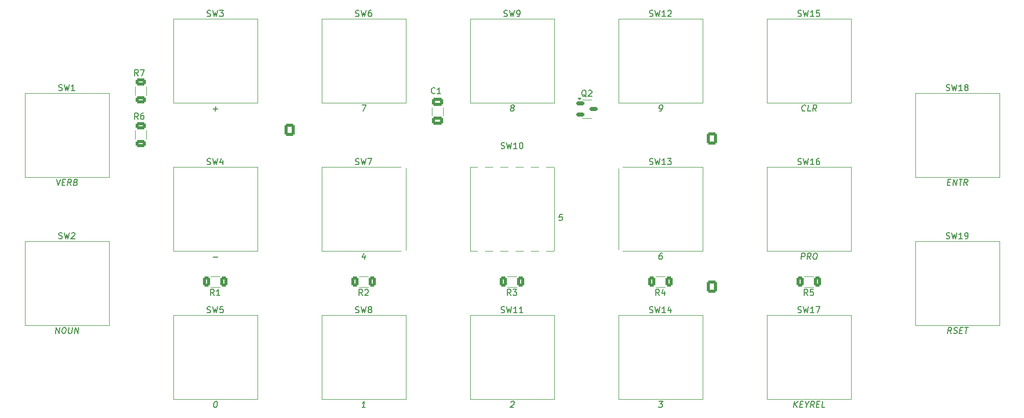
<source format=gto>
G04 #@! TF.GenerationSoftware,KiCad,Pcbnew,8.0.2*
G04 #@! TF.CreationDate,2024-06-02T23:33:51+02:00*
G04 #@! TF.ProjectId,Main_board,4d61696e-5f62-46f6-9172-642e6b696361,1.0.2*
G04 #@! TF.SameCoordinates,Original*
G04 #@! TF.FileFunction,Legend,Top*
G04 #@! TF.FilePolarity,Positive*
%FSLAX46Y46*%
G04 Gerber Fmt 4.6, Leading zero omitted, Abs format (unit mm)*
G04 Created by KiCad (PCBNEW 8.0.2) date 2024-06-02 23:33:51*
%MOMM*%
%LPD*%
G01*
G04 APERTURE LIST*
G04 Aperture macros list*
%AMRoundRect*
0 Rectangle with rounded corners*
0 $1 Rounding radius*
0 $2 $3 $4 $5 $6 $7 $8 $9 X,Y pos of 4 corners*
0 Add a 4 corners polygon primitive as box body*
4,1,4,$2,$3,$4,$5,$6,$7,$8,$9,$2,$3,0*
0 Add four circle primitives for the rounded corners*
1,1,$1+$1,$2,$3*
1,1,$1+$1,$4,$5*
1,1,$1+$1,$6,$7*
1,1,$1+$1,$8,$9*
0 Add four rect primitives between the rounded corners*
20,1,$1+$1,$2,$3,$4,$5,0*
20,1,$1+$1,$4,$5,$6,$7,0*
20,1,$1+$1,$6,$7,$8,$9,0*
20,1,$1+$1,$8,$9,$2,$3,0*%
G04 Aperture macros list end*
%ADD10C,0.150000*%
%ADD11C,0.200000*%
%ADD12C,0.120000*%
%ADD13C,1.905000*%
%ADD14R,1.905000X1.905000*%
%ADD15C,4.000000*%
%ADD16C,2.200000*%
%ADD17RoundRect,0.250000X0.312500X0.625000X-0.312500X0.625000X-0.312500X-0.625000X0.312500X-0.625000X0*%
%ADD18RoundRect,0.250000X0.625000X-0.312500X0.625000X0.312500X-0.625000X0.312500X-0.625000X-0.312500X0*%
%ADD19RoundRect,0.150000X-0.512500X-0.150000X0.512500X-0.150000X0.512500X0.150000X-0.512500X0.150000X0*%
%ADD20RoundRect,0.250000X-0.650000X0.412500X-0.650000X-0.412500X0.650000X-0.412500X0.650000X0.412500X0*%
%ADD21C,1.727200*%
%ADD22R,1.727200X1.727200*%
%ADD23RoundRect,0.250000X0.600000X0.725000X-0.600000X0.725000X-0.600000X-0.725000X0.600000X-0.725000X0*%
%ADD24O,1.700000X1.950000*%
%ADD25RoundRect,0.250000X-0.600000X-0.725000X0.600000X-0.725000X0.600000X0.725000X-0.600000X0.725000X0*%
G04 APERTURE END LIST*
D10*
X237458476Y-138202200D02*
X237601333Y-138249819D01*
X237601333Y-138249819D02*
X237839428Y-138249819D01*
X237839428Y-138249819D02*
X237934666Y-138202200D01*
X237934666Y-138202200D02*
X237982285Y-138154580D01*
X237982285Y-138154580D02*
X238029904Y-138059342D01*
X238029904Y-138059342D02*
X238029904Y-137964104D01*
X238029904Y-137964104D02*
X237982285Y-137868866D01*
X237982285Y-137868866D02*
X237934666Y-137821247D01*
X237934666Y-137821247D02*
X237839428Y-137773628D01*
X237839428Y-137773628D02*
X237648952Y-137726009D01*
X237648952Y-137726009D02*
X237553714Y-137678390D01*
X237553714Y-137678390D02*
X237506095Y-137630771D01*
X237506095Y-137630771D02*
X237458476Y-137535533D01*
X237458476Y-137535533D02*
X237458476Y-137440295D01*
X237458476Y-137440295D02*
X237506095Y-137345057D01*
X237506095Y-137345057D02*
X237553714Y-137297438D01*
X237553714Y-137297438D02*
X237648952Y-137249819D01*
X237648952Y-137249819D02*
X237887047Y-137249819D01*
X237887047Y-137249819D02*
X238029904Y-137297438D01*
X238363238Y-137249819D02*
X238601333Y-138249819D01*
X238601333Y-138249819D02*
X238791809Y-137535533D01*
X238791809Y-137535533D02*
X238982285Y-138249819D01*
X238982285Y-138249819D02*
X239220381Y-137249819D01*
X240125142Y-138249819D02*
X239553714Y-138249819D01*
X239839428Y-138249819D02*
X239839428Y-137249819D01*
X239839428Y-137249819D02*
X239744190Y-137392676D01*
X239744190Y-137392676D02*
X239648952Y-137487914D01*
X239648952Y-137487914D02*
X239553714Y-137535533D01*
X240458476Y-137249819D02*
X241077523Y-137249819D01*
X241077523Y-137249819D02*
X240744190Y-137630771D01*
X240744190Y-137630771D02*
X240887047Y-137630771D01*
X240887047Y-137630771D02*
X240982285Y-137678390D01*
X240982285Y-137678390D02*
X241029904Y-137726009D01*
X241029904Y-137726009D02*
X241077523Y-137821247D01*
X241077523Y-137821247D02*
X241077523Y-138059342D01*
X241077523Y-138059342D02*
X241029904Y-138154580D01*
X241029904Y-138154580D02*
X240982285Y-138202200D01*
X240982285Y-138202200D02*
X240887047Y-138249819D01*
X240887047Y-138249819D02*
X240601333Y-138249819D01*
X240601333Y-138249819D02*
X240506095Y-138202200D01*
X240506095Y-138202200D02*
X240458476Y-138154580D01*
D11*
X239577524Y-152995219D02*
X239387048Y-152995219D01*
X239387048Y-152995219D02*
X239285857Y-153042838D01*
X239285857Y-153042838D02*
X239232286Y-153090457D01*
X239232286Y-153090457D02*
X239119190Y-153233314D01*
X239119190Y-153233314D02*
X239047762Y-153423790D01*
X239047762Y-153423790D02*
X239000143Y-153804742D01*
X239000143Y-153804742D02*
X239035857Y-153899980D01*
X239035857Y-153899980D02*
X239077524Y-153947600D01*
X239077524Y-153947600D02*
X239166810Y-153995219D01*
X239166810Y-153995219D02*
X239357286Y-153995219D01*
X239357286Y-153995219D02*
X239458476Y-153947600D01*
X239458476Y-153947600D02*
X239512048Y-153899980D01*
X239512048Y-153899980D02*
X239571571Y-153804742D01*
X239571571Y-153804742D02*
X239601333Y-153566647D01*
X239601333Y-153566647D02*
X239565619Y-153471409D01*
X239565619Y-153471409D02*
X239523952Y-153423790D01*
X239523952Y-153423790D02*
X239434667Y-153376171D01*
X239434667Y-153376171D02*
X239244190Y-153376171D01*
X239244190Y-153376171D02*
X239143000Y-153423790D01*
X239143000Y-153423790D02*
X239089429Y-153471409D01*
X239089429Y-153471409D02*
X239029905Y-153566647D01*
D10*
X165187333Y-160008819D02*
X164854000Y-159532628D01*
X164615905Y-160008819D02*
X164615905Y-159008819D01*
X164615905Y-159008819D02*
X164996857Y-159008819D01*
X164996857Y-159008819D02*
X165092095Y-159056438D01*
X165092095Y-159056438D02*
X165139714Y-159104057D01*
X165139714Y-159104057D02*
X165187333Y-159199295D01*
X165187333Y-159199295D02*
X165187333Y-159342152D01*
X165187333Y-159342152D02*
X165139714Y-159437390D01*
X165139714Y-159437390D02*
X165092095Y-159485009D01*
X165092095Y-159485009D02*
X164996857Y-159532628D01*
X164996857Y-159532628D02*
X164615905Y-159532628D01*
X166139714Y-160008819D02*
X165568286Y-160008819D01*
X165854000Y-160008819D02*
X165854000Y-159008819D01*
X165854000Y-159008819D02*
X165758762Y-159151676D01*
X165758762Y-159151676D02*
X165663524Y-159246914D01*
X165663524Y-159246914D02*
X165568286Y-159294533D01*
X139382667Y-150521200D02*
X139525524Y-150568819D01*
X139525524Y-150568819D02*
X139763619Y-150568819D01*
X139763619Y-150568819D02*
X139858857Y-150521200D01*
X139858857Y-150521200D02*
X139906476Y-150473580D01*
X139906476Y-150473580D02*
X139954095Y-150378342D01*
X139954095Y-150378342D02*
X139954095Y-150283104D01*
X139954095Y-150283104D02*
X139906476Y-150187866D01*
X139906476Y-150187866D02*
X139858857Y-150140247D01*
X139858857Y-150140247D02*
X139763619Y-150092628D01*
X139763619Y-150092628D02*
X139573143Y-150045009D01*
X139573143Y-150045009D02*
X139477905Y-149997390D01*
X139477905Y-149997390D02*
X139430286Y-149949771D01*
X139430286Y-149949771D02*
X139382667Y-149854533D01*
X139382667Y-149854533D02*
X139382667Y-149759295D01*
X139382667Y-149759295D02*
X139430286Y-149664057D01*
X139430286Y-149664057D02*
X139477905Y-149616438D01*
X139477905Y-149616438D02*
X139573143Y-149568819D01*
X139573143Y-149568819D02*
X139811238Y-149568819D01*
X139811238Y-149568819D02*
X139954095Y-149616438D01*
X140287429Y-149568819D02*
X140525524Y-150568819D01*
X140525524Y-150568819D02*
X140716000Y-149854533D01*
X140716000Y-149854533D02*
X140906476Y-150568819D01*
X140906476Y-150568819D02*
X141144572Y-149568819D01*
X141477905Y-149664057D02*
X141525524Y-149616438D01*
X141525524Y-149616438D02*
X141620762Y-149568819D01*
X141620762Y-149568819D02*
X141858857Y-149568819D01*
X141858857Y-149568819D02*
X141954095Y-149616438D01*
X141954095Y-149616438D02*
X142001714Y-149664057D01*
X142001714Y-149664057D02*
X142049333Y-149759295D01*
X142049333Y-149759295D02*
X142049333Y-149854533D01*
X142049333Y-149854533D02*
X142001714Y-149997390D01*
X142001714Y-149997390D02*
X141430286Y-150568819D01*
X141430286Y-150568819D02*
X142049333Y-150568819D01*
D11*
X138852904Y-166314219D02*
X138977904Y-165314219D01*
X138977904Y-165314219D02*
X139424333Y-166314219D01*
X139424333Y-166314219D02*
X139549333Y-165314219D01*
X140216000Y-165314219D02*
X140406476Y-165314219D01*
X140406476Y-165314219D02*
X140495761Y-165361838D01*
X140495761Y-165361838D02*
X140579095Y-165457076D01*
X140579095Y-165457076D02*
X140602904Y-165647552D01*
X140602904Y-165647552D02*
X140561238Y-165980885D01*
X140561238Y-165980885D02*
X140489809Y-166171361D01*
X140489809Y-166171361D02*
X140382666Y-166266600D01*
X140382666Y-166266600D02*
X140281476Y-166314219D01*
X140281476Y-166314219D02*
X140091000Y-166314219D01*
X140091000Y-166314219D02*
X140001714Y-166266600D01*
X140001714Y-166266600D02*
X139918381Y-166171361D01*
X139918381Y-166171361D02*
X139894571Y-165980885D01*
X139894571Y-165980885D02*
X139936238Y-165647552D01*
X139936238Y-165647552D02*
X140007666Y-165457076D01*
X140007666Y-165457076D02*
X140114809Y-165361838D01*
X140114809Y-165361838D02*
X140216000Y-165314219D01*
X141073142Y-165314219D02*
X140971952Y-166123742D01*
X140971952Y-166123742D02*
X141007666Y-166218980D01*
X141007666Y-166218980D02*
X141049333Y-166266600D01*
X141049333Y-166266600D02*
X141138619Y-166314219D01*
X141138619Y-166314219D02*
X141329095Y-166314219D01*
X141329095Y-166314219D02*
X141430285Y-166266600D01*
X141430285Y-166266600D02*
X141483857Y-166218980D01*
X141483857Y-166218980D02*
X141543380Y-166123742D01*
X141543380Y-166123742D02*
X141644571Y-165314219D01*
X141995761Y-166314219D02*
X142120761Y-165314219D01*
X142120761Y-165314219D02*
X142567190Y-166314219D01*
X142567190Y-166314219D02*
X142692190Y-165314219D01*
D10*
X214463333Y-160008819D02*
X214130000Y-159532628D01*
X213891905Y-160008819D02*
X213891905Y-159008819D01*
X213891905Y-159008819D02*
X214272857Y-159008819D01*
X214272857Y-159008819D02*
X214368095Y-159056438D01*
X214368095Y-159056438D02*
X214415714Y-159104057D01*
X214415714Y-159104057D02*
X214463333Y-159199295D01*
X214463333Y-159199295D02*
X214463333Y-159342152D01*
X214463333Y-159342152D02*
X214415714Y-159437390D01*
X214415714Y-159437390D02*
X214368095Y-159485009D01*
X214368095Y-159485009D02*
X214272857Y-159532628D01*
X214272857Y-159532628D02*
X213891905Y-159532628D01*
X214796667Y-159008819D02*
X215415714Y-159008819D01*
X215415714Y-159008819D02*
X215082381Y-159389771D01*
X215082381Y-159389771D02*
X215225238Y-159389771D01*
X215225238Y-159389771D02*
X215320476Y-159437390D01*
X215320476Y-159437390D02*
X215368095Y-159485009D01*
X215368095Y-159485009D02*
X215415714Y-159580247D01*
X215415714Y-159580247D02*
X215415714Y-159818342D01*
X215415714Y-159818342D02*
X215368095Y-159913580D01*
X215368095Y-159913580D02*
X215320476Y-159961200D01*
X215320476Y-159961200D02*
X215225238Y-160008819D01*
X215225238Y-160008819D02*
X214939524Y-160008819D01*
X214939524Y-160008819D02*
X214844286Y-159961200D01*
X214844286Y-159961200D02*
X214796667Y-159913580D01*
X263739333Y-160008819D02*
X263406000Y-159532628D01*
X263167905Y-160008819D02*
X263167905Y-159008819D01*
X263167905Y-159008819D02*
X263548857Y-159008819D01*
X263548857Y-159008819D02*
X263644095Y-159056438D01*
X263644095Y-159056438D02*
X263691714Y-159104057D01*
X263691714Y-159104057D02*
X263739333Y-159199295D01*
X263739333Y-159199295D02*
X263739333Y-159342152D01*
X263739333Y-159342152D02*
X263691714Y-159437390D01*
X263691714Y-159437390D02*
X263644095Y-159485009D01*
X263644095Y-159485009D02*
X263548857Y-159532628D01*
X263548857Y-159532628D02*
X263167905Y-159532628D01*
X264644095Y-159008819D02*
X264167905Y-159008819D01*
X264167905Y-159008819D02*
X264120286Y-159485009D01*
X264120286Y-159485009D02*
X264167905Y-159437390D01*
X264167905Y-159437390D02*
X264263143Y-159389771D01*
X264263143Y-159389771D02*
X264501238Y-159389771D01*
X264501238Y-159389771D02*
X264596476Y-159437390D01*
X264596476Y-159437390D02*
X264644095Y-159485009D01*
X264644095Y-159485009D02*
X264691714Y-159580247D01*
X264691714Y-159580247D02*
X264691714Y-159818342D01*
X264691714Y-159818342D02*
X264644095Y-159913580D01*
X264644095Y-159913580D02*
X264596476Y-159961200D01*
X264596476Y-159961200D02*
X264501238Y-160008819D01*
X264501238Y-160008819D02*
X264263143Y-160008819D01*
X264263143Y-160008819D02*
X264167905Y-159961200D01*
X264167905Y-159961200D02*
X264120286Y-159913580D01*
X139382667Y-125883200D02*
X139525524Y-125930819D01*
X139525524Y-125930819D02*
X139763619Y-125930819D01*
X139763619Y-125930819D02*
X139858857Y-125883200D01*
X139858857Y-125883200D02*
X139906476Y-125835580D01*
X139906476Y-125835580D02*
X139954095Y-125740342D01*
X139954095Y-125740342D02*
X139954095Y-125645104D01*
X139954095Y-125645104D02*
X139906476Y-125549866D01*
X139906476Y-125549866D02*
X139858857Y-125502247D01*
X139858857Y-125502247D02*
X139763619Y-125454628D01*
X139763619Y-125454628D02*
X139573143Y-125407009D01*
X139573143Y-125407009D02*
X139477905Y-125359390D01*
X139477905Y-125359390D02*
X139430286Y-125311771D01*
X139430286Y-125311771D02*
X139382667Y-125216533D01*
X139382667Y-125216533D02*
X139382667Y-125121295D01*
X139382667Y-125121295D02*
X139430286Y-125026057D01*
X139430286Y-125026057D02*
X139477905Y-124978438D01*
X139477905Y-124978438D02*
X139573143Y-124930819D01*
X139573143Y-124930819D02*
X139811238Y-124930819D01*
X139811238Y-124930819D02*
X139954095Y-124978438D01*
X140287429Y-124930819D02*
X140525524Y-125930819D01*
X140525524Y-125930819D02*
X140716000Y-125216533D01*
X140716000Y-125216533D02*
X140906476Y-125930819D01*
X140906476Y-125930819D02*
X141144572Y-124930819D01*
X142049333Y-125930819D02*
X141477905Y-125930819D01*
X141763619Y-125930819D02*
X141763619Y-124930819D01*
X141763619Y-124930819D02*
X141668381Y-125073676D01*
X141668381Y-125073676D02*
X141573143Y-125168914D01*
X141573143Y-125168914D02*
X141477905Y-125216533D01*
D11*
X139049333Y-140676219D02*
X139257667Y-141676219D01*
X139257667Y-141676219D02*
X139716000Y-140676219D01*
X139989810Y-141152409D02*
X140323143Y-141152409D01*
X140400524Y-141676219D02*
X139924333Y-141676219D01*
X139924333Y-141676219D02*
X140049333Y-140676219D01*
X140049333Y-140676219D02*
X140525524Y-140676219D01*
X141400524Y-141676219D02*
X141126714Y-141200028D01*
X140829095Y-141676219D02*
X140954095Y-140676219D01*
X140954095Y-140676219D02*
X141335048Y-140676219D01*
X141335048Y-140676219D02*
X141424333Y-140723838D01*
X141424333Y-140723838D02*
X141466000Y-140771457D01*
X141466000Y-140771457D02*
X141501714Y-140866695D01*
X141501714Y-140866695D02*
X141483857Y-141009552D01*
X141483857Y-141009552D02*
X141424333Y-141104790D01*
X141424333Y-141104790D02*
X141370762Y-141152409D01*
X141370762Y-141152409D02*
X141269572Y-141200028D01*
X141269572Y-141200028D02*
X140888619Y-141200028D01*
X142227905Y-141152409D02*
X142364810Y-141200028D01*
X142364810Y-141200028D02*
X142406476Y-141247647D01*
X142406476Y-141247647D02*
X142442191Y-141342885D01*
X142442191Y-141342885D02*
X142424333Y-141485742D01*
X142424333Y-141485742D02*
X142364810Y-141580980D01*
X142364810Y-141580980D02*
X142311238Y-141628600D01*
X142311238Y-141628600D02*
X142210048Y-141676219D01*
X142210048Y-141676219D02*
X141829095Y-141676219D01*
X141829095Y-141676219D02*
X141954095Y-140676219D01*
X141954095Y-140676219D02*
X142287429Y-140676219D01*
X142287429Y-140676219D02*
X142376714Y-140723838D01*
X142376714Y-140723838D02*
X142418381Y-140771457D01*
X142418381Y-140771457D02*
X142454095Y-140866695D01*
X142454095Y-140866695D02*
X142442191Y-140961933D01*
X142442191Y-140961933D02*
X142382667Y-141057171D01*
X142382667Y-141057171D02*
X142329095Y-141104790D01*
X142329095Y-141104790D02*
X142227905Y-141152409D01*
X142227905Y-141152409D02*
X141894572Y-141152409D01*
D10*
X213296667Y-113564200D02*
X213439524Y-113611819D01*
X213439524Y-113611819D02*
X213677619Y-113611819D01*
X213677619Y-113611819D02*
X213772857Y-113564200D01*
X213772857Y-113564200D02*
X213820476Y-113516580D01*
X213820476Y-113516580D02*
X213868095Y-113421342D01*
X213868095Y-113421342D02*
X213868095Y-113326104D01*
X213868095Y-113326104D02*
X213820476Y-113230866D01*
X213820476Y-113230866D02*
X213772857Y-113183247D01*
X213772857Y-113183247D02*
X213677619Y-113135628D01*
X213677619Y-113135628D02*
X213487143Y-113088009D01*
X213487143Y-113088009D02*
X213391905Y-113040390D01*
X213391905Y-113040390D02*
X213344286Y-112992771D01*
X213344286Y-112992771D02*
X213296667Y-112897533D01*
X213296667Y-112897533D02*
X213296667Y-112802295D01*
X213296667Y-112802295D02*
X213344286Y-112707057D01*
X213344286Y-112707057D02*
X213391905Y-112659438D01*
X213391905Y-112659438D02*
X213487143Y-112611819D01*
X213487143Y-112611819D02*
X213725238Y-112611819D01*
X213725238Y-112611819D02*
X213868095Y-112659438D01*
X214201429Y-112611819D02*
X214439524Y-113611819D01*
X214439524Y-113611819D02*
X214630000Y-112897533D01*
X214630000Y-112897533D02*
X214820476Y-113611819D01*
X214820476Y-113611819D02*
X215058572Y-112611819D01*
X215487143Y-113611819D02*
X215677619Y-113611819D01*
X215677619Y-113611819D02*
X215772857Y-113564200D01*
X215772857Y-113564200D02*
X215820476Y-113516580D01*
X215820476Y-113516580D02*
X215915714Y-113373723D01*
X215915714Y-113373723D02*
X215963333Y-113183247D01*
X215963333Y-113183247D02*
X215963333Y-112802295D01*
X215963333Y-112802295D02*
X215915714Y-112707057D01*
X215915714Y-112707057D02*
X215868095Y-112659438D01*
X215868095Y-112659438D02*
X215772857Y-112611819D01*
X215772857Y-112611819D02*
X215582381Y-112611819D01*
X215582381Y-112611819D02*
X215487143Y-112659438D01*
X215487143Y-112659438D02*
X215439524Y-112707057D01*
X215439524Y-112707057D02*
X215391905Y-112802295D01*
X215391905Y-112802295D02*
X215391905Y-113040390D01*
X215391905Y-113040390D02*
X215439524Y-113135628D01*
X215439524Y-113135628D02*
X215487143Y-113183247D01*
X215487143Y-113183247D02*
X215582381Y-113230866D01*
X215582381Y-113230866D02*
X215772857Y-113230866D01*
X215772857Y-113230866D02*
X215868095Y-113183247D01*
X215868095Y-113183247D02*
X215915714Y-113135628D01*
X215915714Y-113135628D02*
X215963333Y-113040390D01*
D11*
X214600238Y-128785790D02*
X214510952Y-128738171D01*
X214510952Y-128738171D02*
X214469286Y-128690552D01*
X214469286Y-128690552D02*
X214433571Y-128595314D01*
X214433571Y-128595314D02*
X214439524Y-128547695D01*
X214439524Y-128547695D02*
X214499048Y-128452457D01*
X214499048Y-128452457D02*
X214552619Y-128404838D01*
X214552619Y-128404838D02*
X214653810Y-128357219D01*
X214653810Y-128357219D02*
X214844286Y-128357219D01*
X214844286Y-128357219D02*
X214933571Y-128404838D01*
X214933571Y-128404838D02*
X214975238Y-128452457D01*
X214975238Y-128452457D02*
X215010952Y-128547695D01*
X215010952Y-128547695D02*
X215005000Y-128595314D01*
X215005000Y-128595314D02*
X214945476Y-128690552D01*
X214945476Y-128690552D02*
X214891905Y-128738171D01*
X214891905Y-128738171D02*
X214790714Y-128785790D01*
X214790714Y-128785790D02*
X214600238Y-128785790D01*
X214600238Y-128785790D02*
X214499048Y-128833409D01*
X214499048Y-128833409D02*
X214445476Y-128881028D01*
X214445476Y-128881028D02*
X214385952Y-128976266D01*
X214385952Y-128976266D02*
X214362143Y-129166742D01*
X214362143Y-129166742D02*
X214397857Y-129261980D01*
X214397857Y-129261980D02*
X214439524Y-129309600D01*
X214439524Y-129309600D02*
X214528810Y-129357219D01*
X214528810Y-129357219D02*
X214719286Y-129357219D01*
X214719286Y-129357219D02*
X214820476Y-129309600D01*
X214820476Y-129309600D02*
X214874048Y-129261980D01*
X214874048Y-129261980D02*
X214933571Y-129166742D01*
X214933571Y-129166742D02*
X214957381Y-128976266D01*
X214957381Y-128976266D02*
X214921667Y-128881028D01*
X214921667Y-128881028D02*
X214880000Y-128833409D01*
X214880000Y-128833409D02*
X214790714Y-128785790D01*
D10*
X164020667Y-138202200D02*
X164163524Y-138249819D01*
X164163524Y-138249819D02*
X164401619Y-138249819D01*
X164401619Y-138249819D02*
X164496857Y-138202200D01*
X164496857Y-138202200D02*
X164544476Y-138154580D01*
X164544476Y-138154580D02*
X164592095Y-138059342D01*
X164592095Y-138059342D02*
X164592095Y-137964104D01*
X164592095Y-137964104D02*
X164544476Y-137868866D01*
X164544476Y-137868866D02*
X164496857Y-137821247D01*
X164496857Y-137821247D02*
X164401619Y-137773628D01*
X164401619Y-137773628D02*
X164211143Y-137726009D01*
X164211143Y-137726009D02*
X164115905Y-137678390D01*
X164115905Y-137678390D02*
X164068286Y-137630771D01*
X164068286Y-137630771D02*
X164020667Y-137535533D01*
X164020667Y-137535533D02*
X164020667Y-137440295D01*
X164020667Y-137440295D02*
X164068286Y-137345057D01*
X164068286Y-137345057D02*
X164115905Y-137297438D01*
X164115905Y-137297438D02*
X164211143Y-137249819D01*
X164211143Y-137249819D02*
X164449238Y-137249819D01*
X164449238Y-137249819D02*
X164592095Y-137297438D01*
X164925429Y-137249819D02*
X165163524Y-138249819D01*
X165163524Y-138249819D02*
X165354000Y-137535533D01*
X165354000Y-137535533D02*
X165544476Y-138249819D01*
X165544476Y-138249819D02*
X165782572Y-137249819D01*
X166592095Y-137583152D02*
X166592095Y-138249819D01*
X166354000Y-137202200D02*
X166115905Y-137916485D01*
X166115905Y-137916485D02*
X166734952Y-137916485D01*
D11*
X165014714Y-153614266D02*
X165776619Y-153614266D01*
D10*
X262096476Y-138202200D02*
X262239333Y-138249819D01*
X262239333Y-138249819D02*
X262477428Y-138249819D01*
X262477428Y-138249819D02*
X262572666Y-138202200D01*
X262572666Y-138202200D02*
X262620285Y-138154580D01*
X262620285Y-138154580D02*
X262667904Y-138059342D01*
X262667904Y-138059342D02*
X262667904Y-137964104D01*
X262667904Y-137964104D02*
X262620285Y-137868866D01*
X262620285Y-137868866D02*
X262572666Y-137821247D01*
X262572666Y-137821247D02*
X262477428Y-137773628D01*
X262477428Y-137773628D02*
X262286952Y-137726009D01*
X262286952Y-137726009D02*
X262191714Y-137678390D01*
X262191714Y-137678390D02*
X262144095Y-137630771D01*
X262144095Y-137630771D02*
X262096476Y-137535533D01*
X262096476Y-137535533D02*
X262096476Y-137440295D01*
X262096476Y-137440295D02*
X262144095Y-137345057D01*
X262144095Y-137345057D02*
X262191714Y-137297438D01*
X262191714Y-137297438D02*
X262286952Y-137249819D01*
X262286952Y-137249819D02*
X262525047Y-137249819D01*
X262525047Y-137249819D02*
X262667904Y-137297438D01*
X263001238Y-137249819D02*
X263239333Y-138249819D01*
X263239333Y-138249819D02*
X263429809Y-137535533D01*
X263429809Y-137535533D02*
X263620285Y-138249819D01*
X263620285Y-138249819D02*
X263858381Y-137249819D01*
X264763142Y-138249819D02*
X264191714Y-138249819D01*
X264477428Y-138249819D02*
X264477428Y-137249819D01*
X264477428Y-137249819D02*
X264382190Y-137392676D01*
X264382190Y-137392676D02*
X264286952Y-137487914D01*
X264286952Y-137487914D02*
X264191714Y-137535533D01*
X265620285Y-137249819D02*
X265429809Y-137249819D01*
X265429809Y-137249819D02*
X265334571Y-137297438D01*
X265334571Y-137297438D02*
X265286952Y-137345057D01*
X265286952Y-137345057D02*
X265191714Y-137487914D01*
X265191714Y-137487914D02*
X265144095Y-137678390D01*
X265144095Y-137678390D02*
X265144095Y-138059342D01*
X265144095Y-138059342D02*
X265191714Y-138154580D01*
X265191714Y-138154580D02*
X265239333Y-138202200D01*
X265239333Y-138202200D02*
X265334571Y-138249819D01*
X265334571Y-138249819D02*
X265525047Y-138249819D01*
X265525047Y-138249819D02*
X265620285Y-138202200D01*
X265620285Y-138202200D02*
X265667904Y-138154580D01*
X265667904Y-138154580D02*
X265715523Y-138059342D01*
X265715523Y-138059342D02*
X265715523Y-137821247D01*
X265715523Y-137821247D02*
X265667904Y-137726009D01*
X265667904Y-137726009D02*
X265620285Y-137678390D01*
X265620285Y-137678390D02*
X265525047Y-137630771D01*
X265525047Y-137630771D02*
X265334571Y-137630771D01*
X265334571Y-137630771D02*
X265239333Y-137678390D01*
X265239333Y-137678390D02*
X265191714Y-137726009D01*
X265191714Y-137726009D02*
X265144095Y-137821247D01*
D11*
X262614333Y-153995219D02*
X262739333Y-152995219D01*
X262739333Y-152995219D02*
X263120286Y-152995219D01*
X263120286Y-152995219D02*
X263209571Y-153042838D01*
X263209571Y-153042838D02*
X263251238Y-153090457D01*
X263251238Y-153090457D02*
X263286952Y-153185695D01*
X263286952Y-153185695D02*
X263269095Y-153328552D01*
X263269095Y-153328552D02*
X263209571Y-153423790D01*
X263209571Y-153423790D02*
X263156000Y-153471409D01*
X263156000Y-153471409D02*
X263054810Y-153519028D01*
X263054810Y-153519028D02*
X262673857Y-153519028D01*
X264185762Y-153995219D02*
X263911952Y-153519028D01*
X263614333Y-153995219D02*
X263739333Y-152995219D01*
X263739333Y-152995219D02*
X264120286Y-152995219D01*
X264120286Y-152995219D02*
X264209571Y-153042838D01*
X264209571Y-153042838D02*
X264251238Y-153090457D01*
X264251238Y-153090457D02*
X264286952Y-153185695D01*
X264286952Y-153185695D02*
X264269095Y-153328552D01*
X264269095Y-153328552D02*
X264209571Y-153423790D01*
X264209571Y-153423790D02*
X264156000Y-153471409D01*
X264156000Y-153471409D02*
X264054810Y-153519028D01*
X264054810Y-153519028D02*
X263673857Y-153519028D01*
X264929810Y-152995219D02*
X265120286Y-152995219D01*
X265120286Y-152995219D02*
X265209571Y-153042838D01*
X265209571Y-153042838D02*
X265292905Y-153138076D01*
X265292905Y-153138076D02*
X265316714Y-153328552D01*
X265316714Y-153328552D02*
X265275048Y-153661885D01*
X265275048Y-153661885D02*
X265203619Y-153852361D01*
X265203619Y-153852361D02*
X265096476Y-153947600D01*
X265096476Y-153947600D02*
X264995286Y-153995219D01*
X264995286Y-153995219D02*
X264804810Y-153995219D01*
X264804810Y-153995219D02*
X264715524Y-153947600D01*
X264715524Y-153947600D02*
X264632191Y-153852361D01*
X264632191Y-153852361D02*
X264608381Y-153661885D01*
X264608381Y-153661885D02*
X264650048Y-153328552D01*
X264650048Y-153328552D02*
X264721476Y-153138076D01*
X264721476Y-153138076D02*
X264828619Y-153042838D01*
X264828619Y-153042838D02*
X264929810Y-152995219D01*
D10*
X188658667Y-138202200D02*
X188801524Y-138249819D01*
X188801524Y-138249819D02*
X189039619Y-138249819D01*
X189039619Y-138249819D02*
X189134857Y-138202200D01*
X189134857Y-138202200D02*
X189182476Y-138154580D01*
X189182476Y-138154580D02*
X189230095Y-138059342D01*
X189230095Y-138059342D02*
X189230095Y-137964104D01*
X189230095Y-137964104D02*
X189182476Y-137868866D01*
X189182476Y-137868866D02*
X189134857Y-137821247D01*
X189134857Y-137821247D02*
X189039619Y-137773628D01*
X189039619Y-137773628D02*
X188849143Y-137726009D01*
X188849143Y-137726009D02*
X188753905Y-137678390D01*
X188753905Y-137678390D02*
X188706286Y-137630771D01*
X188706286Y-137630771D02*
X188658667Y-137535533D01*
X188658667Y-137535533D02*
X188658667Y-137440295D01*
X188658667Y-137440295D02*
X188706286Y-137345057D01*
X188706286Y-137345057D02*
X188753905Y-137297438D01*
X188753905Y-137297438D02*
X188849143Y-137249819D01*
X188849143Y-137249819D02*
X189087238Y-137249819D01*
X189087238Y-137249819D02*
X189230095Y-137297438D01*
X189563429Y-137249819D02*
X189801524Y-138249819D01*
X189801524Y-138249819D02*
X189992000Y-137535533D01*
X189992000Y-137535533D02*
X190182476Y-138249819D01*
X190182476Y-138249819D02*
X190420572Y-137249819D01*
X190706286Y-137249819D02*
X191372952Y-137249819D01*
X191372952Y-137249819D02*
X190944381Y-138249819D01*
D11*
X190259857Y-153328552D02*
X190176524Y-153995219D01*
X190069381Y-152947600D02*
X189742000Y-153661885D01*
X189742000Y-153661885D02*
X190361048Y-153661885D01*
D10*
X262096476Y-113564200D02*
X262239333Y-113611819D01*
X262239333Y-113611819D02*
X262477428Y-113611819D01*
X262477428Y-113611819D02*
X262572666Y-113564200D01*
X262572666Y-113564200D02*
X262620285Y-113516580D01*
X262620285Y-113516580D02*
X262667904Y-113421342D01*
X262667904Y-113421342D02*
X262667904Y-113326104D01*
X262667904Y-113326104D02*
X262620285Y-113230866D01*
X262620285Y-113230866D02*
X262572666Y-113183247D01*
X262572666Y-113183247D02*
X262477428Y-113135628D01*
X262477428Y-113135628D02*
X262286952Y-113088009D01*
X262286952Y-113088009D02*
X262191714Y-113040390D01*
X262191714Y-113040390D02*
X262144095Y-112992771D01*
X262144095Y-112992771D02*
X262096476Y-112897533D01*
X262096476Y-112897533D02*
X262096476Y-112802295D01*
X262096476Y-112802295D02*
X262144095Y-112707057D01*
X262144095Y-112707057D02*
X262191714Y-112659438D01*
X262191714Y-112659438D02*
X262286952Y-112611819D01*
X262286952Y-112611819D02*
X262525047Y-112611819D01*
X262525047Y-112611819D02*
X262667904Y-112659438D01*
X263001238Y-112611819D02*
X263239333Y-113611819D01*
X263239333Y-113611819D02*
X263429809Y-112897533D01*
X263429809Y-112897533D02*
X263620285Y-113611819D01*
X263620285Y-113611819D02*
X263858381Y-112611819D01*
X264763142Y-113611819D02*
X264191714Y-113611819D01*
X264477428Y-113611819D02*
X264477428Y-112611819D01*
X264477428Y-112611819D02*
X264382190Y-112754676D01*
X264382190Y-112754676D02*
X264286952Y-112849914D01*
X264286952Y-112849914D02*
X264191714Y-112897533D01*
X265667904Y-112611819D02*
X265191714Y-112611819D01*
X265191714Y-112611819D02*
X265144095Y-113088009D01*
X265144095Y-113088009D02*
X265191714Y-113040390D01*
X265191714Y-113040390D02*
X265286952Y-112992771D01*
X265286952Y-112992771D02*
X265525047Y-112992771D01*
X265525047Y-112992771D02*
X265620285Y-113040390D01*
X265620285Y-113040390D02*
X265667904Y-113088009D01*
X265667904Y-113088009D02*
X265715523Y-113183247D01*
X265715523Y-113183247D02*
X265715523Y-113421342D01*
X265715523Y-113421342D02*
X265667904Y-113516580D01*
X265667904Y-113516580D02*
X265620285Y-113564200D01*
X265620285Y-113564200D02*
X265525047Y-113611819D01*
X265525047Y-113611819D02*
X265286952Y-113611819D01*
X265286952Y-113611819D02*
X265191714Y-113564200D01*
X265191714Y-113564200D02*
X265144095Y-113516580D01*
D11*
X263316714Y-129261980D02*
X263263142Y-129309600D01*
X263263142Y-129309600D02*
X263114333Y-129357219D01*
X263114333Y-129357219D02*
X263019095Y-129357219D01*
X263019095Y-129357219D02*
X262882190Y-129309600D01*
X262882190Y-129309600D02*
X262798857Y-129214361D01*
X262798857Y-129214361D02*
X262763142Y-129119123D01*
X262763142Y-129119123D02*
X262739333Y-128928647D01*
X262739333Y-128928647D02*
X262757190Y-128785790D01*
X262757190Y-128785790D02*
X262828618Y-128595314D01*
X262828618Y-128595314D02*
X262888142Y-128500076D01*
X262888142Y-128500076D02*
X262995285Y-128404838D01*
X262995285Y-128404838D02*
X263144095Y-128357219D01*
X263144095Y-128357219D02*
X263239333Y-128357219D01*
X263239333Y-128357219D02*
X263376238Y-128404838D01*
X263376238Y-128404838D02*
X263417904Y-128452457D01*
X264209571Y-129357219D02*
X263733380Y-129357219D01*
X263733380Y-129357219D02*
X263858380Y-128357219D01*
X265114333Y-129357219D02*
X264840523Y-128881028D01*
X264542904Y-129357219D02*
X264667904Y-128357219D01*
X264667904Y-128357219D02*
X265048857Y-128357219D01*
X265048857Y-128357219D02*
X265138142Y-128404838D01*
X265138142Y-128404838D02*
X265179809Y-128452457D01*
X265179809Y-128452457D02*
X265215523Y-128547695D01*
X265215523Y-128547695D02*
X265197666Y-128690552D01*
X265197666Y-128690552D02*
X265138142Y-128785790D01*
X265138142Y-128785790D02*
X265084571Y-128833409D01*
X265084571Y-128833409D02*
X264983381Y-128881028D01*
X264983381Y-128881028D02*
X264602428Y-128881028D01*
D10*
X262096476Y-162840200D02*
X262239333Y-162887819D01*
X262239333Y-162887819D02*
X262477428Y-162887819D01*
X262477428Y-162887819D02*
X262572666Y-162840200D01*
X262572666Y-162840200D02*
X262620285Y-162792580D01*
X262620285Y-162792580D02*
X262667904Y-162697342D01*
X262667904Y-162697342D02*
X262667904Y-162602104D01*
X262667904Y-162602104D02*
X262620285Y-162506866D01*
X262620285Y-162506866D02*
X262572666Y-162459247D01*
X262572666Y-162459247D02*
X262477428Y-162411628D01*
X262477428Y-162411628D02*
X262286952Y-162364009D01*
X262286952Y-162364009D02*
X262191714Y-162316390D01*
X262191714Y-162316390D02*
X262144095Y-162268771D01*
X262144095Y-162268771D02*
X262096476Y-162173533D01*
X262096476Y-162173533D02*
X262096476Y-162078295D01*
X262096476Y-162078295D02*
X262144095Y-161983057D01*
X262144095Y-161983057D02*
X262191714Y-161935438D01*
X262191714Y-161935438D02*
X262286952Y-161887819D01*
X262286952Y-161887819D02*
X262525047Y-161887819D01*
X262525047Y-161887819D02*
X262667904Y-161935438D01*
X263001238Y-161887819D02*
X263239333Y-162887819D01*
X263239333Y-162887819D02*
X263429809Y-162173533D01*
X263429809Y-162173533D02*
X263620285Y-162887819D01*
X263620285Y-162887819D02*
X263858381Y-161887819D01*
X264763142Y-162887819D02*
X264191714Y-162887819D01*
X264477428Y-162887819D02*
X264477428Y-161887819D01*
X264477428Y-161887819D02*
X264382190Y-162030676D01*
X264382190Y-162030676D02*
X264286952Y-162125914D01*
X264286952Y-162125914D02*
X264191714Y-162173533D01*
X265096476Y-161887819D02*
X265763142Y-161887819D01*
X265763142Y-161887819D02*
X265334571Y-162887819D01*
D11*
X261400047Y-178633219D02*
X261525047Y-177633219D01*
X261971476Y-178633219D02*
X261614333Y-178061790D01*
X262096476Y-177633219D02*
X261453619Y-178204647D01*
X262465524Y-178109409D02*
X262798857Y-178109409D01*
X262876238Y-178633219D02*
X262400047Y-178633219D01*
X262400047Y-178633219D02*
X262525047Y-177633219D01*
X262525047Y-177633219D02*
X263001238Y-177633219D01*
X263554809Y-178157028D02*
X263495286Y-178633219D01*
X263286952Y-177633219D02*
X263554809Y-178157028D01*
X263554809Y-178157028D02*
X263953619Y-177633219D01*
X264733381Y-178633219D02*
X264459571Y-178157028D01*
X264161952Y-178633219D02*
X264286952Y-177633219D01*
X264286952Y-177633219D02*
X264667905Y-177633219D01*
X264667905Y-177633219D02*
X264757190Y-177680838D01*
X264757190Y-177680838D02*
X264798857Y-177728457D01*
X264798857Y-177728457D02*
X264834571Y-177823695D01*
X264834571Y-177823695D02*
X264816714Y-177966552D01*
X264816714Y-177966552D02*
X264757190Y-178061790D01*
X264757190Y-178061790D02*
X264703619Y-178109409D01*
X264703619Y-178109409D02*
X264602429Y-178157028D01*
X264602429Y-178157028D02*
X264221476Y-178157028D01*
X265227429Y-178109409D02*
X265560762Y-178109409D01*
X265638143Y-178633219D02*
X265161952Y-178633219D01*
X265161952Y-178633219D02*
X265286952Y-177633219D01*
X265286952Y-177633219D02*
X265763143Y-177633219D01*
X266542905Y-178633219D02*
X266066714Y-178633219D01*
X266066714Y-178633219D02*
X266191714Y-177633219D01*
D10*
X212820476Y-135535200D02*
X212963333Y-135582819D01*
X212963333Y-135582819D02*
X213201428Y-135582819D01*
X213201428Y-135582819D02*
X213296666Y-135535200D01*
X213296666Y-135535200D02*
X213344285Y-135487580D01*
X213344285Y-135487580D02*
X213391904Y-135392342D01*
X213391904Y-135392342D02*
X213391904Y-135297104D01*
X213391904Y-135297104D02*
X213344285Y-135201866D01*
X213344285Y-135201866D02*
X213296666Y-135154247D01*
X213296666Y-135154247D02*
X213201428Y-135106628D01*
X213201428Y-135106628D02*
X213010952Y-135059009D01*
X213010952Y-135059009D02*
X212915714Y-135011390D01*
X212915714Y-135011390D02*
X212868095Y-134963771D01*
X212868095Y-134963771D02*
X212820476Y-134868533D01*
X212820476Y-134868533D02*
X212820476Y-134773295D01*
X212820476Y-134773295D02*
X212868095Y-134678057D01*
X212868095Y-134678057D02*
X212915714Y-134630438D01*
X212915714Y-134630438D02*
X213010952Y-134582819D01*
X213010952Y-134582819D02*
X213249047Y-134582819D01*
X213249047Y-134582819D02*
X213391904Y-134630438D01*
X213725238Y-134582819D02*
X213963333Y-135582819D01*
X213963333Y-135582819D02*
X214153809Y-134868533D01*
X214153809Y-134868533D02*
X214344285Y-135582819D01*
X214344285Y-135582819D02*
X214582381Y-134582819D01*
X215487142Y-135582819D02*
X214915714Y-135582819D01*
X215201428Y-135582819D02*
X215201428Y-134582819D01*
X215201428Y-134582819D02*
X215106190Y-134725676D01*
X215106190Y-134725676D02*
X215010952Y-134820914D01*
X215010952Y-134820914D02*
X214915714Y-134868533D01*
X216106190Y-134582819D02*
X216201428Y-134582819D01*
X216201428Y-134582819D02*
X216296666Y-134630438D01*
X216296666Y-134630438D02*
X216344285Y-134678057D01*
X216344285Y-134678057D02*
X216391904Y-134773295D01*
X216391904Y-134773295D02*
X216439523Y-134963771D01*
X216439523Y-134963771D02*
X216439523Y-135201866D01*
X216439523Y-135201866D02*
X216391904Y-135392342D01*
X216391904Y-135392342D02*
X216344285Y-135487580D01*
X216344285Y-135487580D02*
X216296666Y-135535200D01*
X216296666Y-135535200D02*
X216201428Y-135582819D01*
X216201428Y-135582819D02*
X216106190Y-135582819D01*
X216106190Y-135582819D02*
X216010952Y-135535200D01*
X216010952Y-135535200D02*
X215963333Y-135487580D01*
X215963333Y-135487580D02*
X215915714Y-135392342D01*
X215915714Y-135392342D02*
X215868095Y-135201866D01*
X215868095Y-135201866D02*
X215868095Y-134963771D01*
X215868095Y-134963771D02*
X215915714Y-134773295D01*
X215915714Y-134773295D02*
X215963333Y-134678057D01*
X215963333Y-134678057D02*
X216010952Y-134630438D01*
X216010952Y-134630438D02*
X216106190Y-134582819D01*
D11*
X223027143Y-146541219D02*
X222550952Y-146541219D01*
X222550952Y-146541219D02*
X222443810Y-147017409D01*
X222443810Y-147017409D02*
X222497381Y-146969790D01*
X222497381Y-146969790D02*
X222598571Y-146922171D01*
X222598571Y-146922171D02*
X222836667Y-146922171D01*
X222836667Y-146922171D02*
X222925952Y-146969790D01*
X222925952Y-146969790D02*
X222967619Y-147017409D01*
X222967619Y-147017409D02*
X223003333Y-147112647D01*
X223003333Y-147112647D02*
X222973571Y-147350742D01*
X222973571Y-147350742D02*
X222914048Y-147445980D01*
X222914048Y-147445980D02*
X222860476Y-147493600D01*
X222860476Y-147493600D02*
X222759286Y-147541219D01*
X222759286Y-147541219D02*
X222521190Y-147541219D01*
X222521190Y-147541219D02*
X222431905Y-147493600D01*
X222431905Y-147493600D02*
X222390238Y-147445980D01*
D10*
X237458476Y-113564200D02*
X237601333Y-113611819D01*
X237601333Y-113611819D02*
X237839428Y-113611819D01*
X237839428Y-113611819D02*
X237934666Y-113564200D01*
X237934666Y-113564200D02*
X237982285Y-113516580D01*
X237982285Y-113516580D02*
X238029904Y-113421342D01*
X238029904Y-113421342D02*
X238029904Y-113326104D01*
X238029904Y-113326104D02*
X237982285Y-113230866D01*
X237982285Y-113230866D02*
X237934666Y-113183247D01*
X237934666Y-113183247D02*
X237839428Y-113135628D01*
X237839428Y-113135628D02*
X237648952Y-113088009D01*
X237648952Y-113088009D02*
X237553714Y-113040390D01*
X237553714Y-113040390D02*
X237506095Y-112992771D01*
X237506095Y-112992771D02*
X237458476Y-112897533D01*
X237458476Y-112897533D02*
X237458476Y-112802295D01*
X237458476Y-112802295D02*
X237506095Y-112707057D01*
X237506095Y-112707057D02*
X237553714Y-112659438D01*
X237553714Y-112659438D02*
X237648952Y-112611819D01*
X237648952Y-112611819D02*
X237887047Y-112611819D01*
X237887047Y-112611819D02*
X238029904Y-112659438D01*
X238363238Y-112611819D02*
X238601333Y-113611819D01*
X238601333Y-113611819D02*
X238791809Y-112897533D01*
X238791809Y-112897533D02*
X238982285Y-113611819D01*
X238982285Y-113611819D02*
X239220381Y-112611819D01*
X240125142Y-113611819D02*
X239553714Y-113611819D01*
X239839428Y-113611819D02*
X239839428Y-112611819D01*
X239839428Y-112611819D02*
X239744190Y-112754676D01*
X239744190Y-112754676D02*
X239648952Y-112849914D01*
X239648952Y-112849914D02*
X239553714Y-112897533D01*
X240506095Y-112707057D02*
X240553714Y-112659438D01*
X240553714Y-112659438D02*
X240648952Y-112611819D01*
X240648952Y-112611819D02*
X240887047Y-112611819D01*
X240887047Y-112611819D02*
X240982285Y-112659438D01*
X240982285Y-112659438D02*
X241029904Y-112707057D01*
X241029904Y-112707057D02*
X241077523Y-112802295D01*
X241077523Y-112802295D02*
X241077523Y-112897533D01*
X241077523Y-112897533D02*
X241029904Y-113040390D01*
X241029904Y-113040390D02*
X240458476Y-113611819D01*
X240458476Y-113611819D02*
X241077523Y-113611819D01*
D11*
X239071571Y-129357219D02*
X239262048Y-129357219D01*
X239262048Y-129357219D02*
X239363238Y-129309600D01*
X239363238Y-129309600D02*
X239416810Y-129261980D01*
X239416810Y-129261980D02*
X239529905Y-129119123D01*
X239529905Y-129119123D02*
X239601333Y-128928647D01*
X239601333Y-128928647D02*
X239648952Y-128547695D01*
X239648952Y-128547695D02*
X239613238Y-128452457D01*
X239613238Y-128452457D02*
X239571571Y-128404838D01*
X239571571Y-128404838D02*
X239482286Y-128357219D01*
X239482286Y-128357219D02*
X239291810Y-128357219D01*
X239291810Y-128357219D02*
X239190619Y-128404838D01*
X239190619Y-128404838D02*
X239137048Y-128452457D01*
X239137048Y-128452457D02*
X239077524Y-128547695D01*
X239077524Y-128547695D02*
X239047762Y-128785790D01*
X239047762Y-128785790D02*
X239083476Y-128881028D01*
X239083476Y-128881028D02*
X239125143Y-128928647D01*
X239125143Y-128928647D02*
X239214429Y-128976266D01*
X239214429Y-128976266D02*
X239404905Y-128976266D01*
X239404905Y-128976266D02*
X239506095Y-128928647D01*
X239506095Y-128928647D02*
X239559667Y-128881028D01*
X239559667Y-128881028D02*
X239619190Y-128785790D01*
D10*
X239101333Y-160008819D02*
X238768000Y-159532628D01*
X238529905Y-160008819D02*
X238529905Y-159008819D01*
X238529905Y-159008819D02*
X238910857Y-159008819D01*
X238910857Y-159008819D02*
X239006095Y-159056438D01*
X239006095Y-159056438D02*
X239053714Y-159104057D01*
X239053714Y-159104057D02*
X239101333Y-159199295D01*
X239101333Y-159199295D02*
X239101333Y-159342152D01*
X239101333Y-159342152D02*
X239053714Y-159437390D01*
X239053714Y-159437390D02*
X239006095Y-159485009D01*
X239006095Y-159485009D02*
X238910857Y-159532628D01*
X238910857Y-159532628D02*
X238529905Y-159532628D01*
X239958476Y-159342152D02*
X239958476Y-160008819D01*
X239720381Y-158961200D02*
X239482286Y-159675485D01*
X239482286Y-159675485D02*
X240101333Y-159675485D01*
X152583333Y-130704819D02*
X152250000Y-130228628D01*
X152011905Y-130704819D02*
X152011905Y-129704819D01*
X152011905Y-129704819D02*
X152392857Y-129704819D01*
X152392857Y-129704819D02*
X152488095Y-129752438D01*
X152488095Y-129752438D02*
X152535714Y-129800057D01*
X152535714Y-129800057D02*
X152583333Y-129895295D01*
X152583333Y-129895295D02*
X152583333Y-130038152D01*
X152583333Y-130038152D02*
X152535714Y-130133390D01*
X152535714Y-130133390D02*
X152488095Y-130181009D01*
X152488095Y-130181009D02*
X152392857Y-130228628D01*
X152392857Y-130228628D02*
X152011905Y-130228628D01*
X153440476Y-129704819D02*
X153250000Y-129704819D01*
X153250000Y-129704819D02*
X153154762Y-129752438D01*
X153154762Y-129752438D02*
X153107143Y-129800057D01*
X153107143Y-129800057D02*
X153011905Y-129942914D01*
X153011905Y-129942914D02*
X152964286Y-130133390D01*
X152964286Y-130133390D02*
X152964286Y-130514342D01*
X152964286Y-130514342D02*
X153011905Y-130609580D01*
X153011905Y-130609580D02*
X153059524Y-130657200D01*
X153059524Y-130657200D02*
X153154762Y-130704819D01*
X153154762Y-130704819D02*
X153345238Y-130704819D01*
X153345238Y-130704819D02*
X153440476Y-130657200D01*
X153440476Y-130657200D02*
X153488095Y-130609580D01*
X153488095Y-130609580D02*
X153535714Y-130514342D01*
X153535714Y-130514342D02*
X153535714Y-130276247D01*
X153535714Y-130276247D02*
X153488095Y-130181009D01*
X153488095Y-130181009D02*
X153440476Y-130133390D01*
X153440476Y-130133390D02*
X153345238Y-130085771D01*
X153345238Y-130085771D02*
X153154762Y-130085771D01*
X153154762Y-130085771D02*
X153059524Y-130133390D01*
X153059524Y-130133390D02*
X153011905Y-130181009D01*
X153011905Y-130181009D02*
X152964286Y-130276247D01*
X212820476Y-162840200D02*
X212963333Y-162887819D01*
X212963333Y-162887819D02*
X213201428Y-162887819D01*
X213201428Y-162887819D02*
X213296666Y-162840200D01*
X213296666Y-162840200D02*
X213344285Y-162792580D01*
X213344285Y-162792580D02*
X213391904Y-162697342D01*
X213391904Y-162697342D02*
X213391904Y-162602104D01*
X213391904Y-162602104D02*
X213344285Y-162506866D01*
X213344285Y-162506866D02*
X213296666Y-162459247D01*
X213296666Y-162459247D02*
X213201428Y-162411628D01*
X213201428Y-162411628D02*
X213010952Y-162364009D01*
X213010952Y-162364009D02*
X212915714Y-162316390D01*
X212915714Y-162316390D02*
X212868095Y-162268771D01*
X212868095Y-162268771D02*
X212820476Y-162173533D01*
X212820476Y-162173533D02*
X212820476Y-162078295D01*
X212820476Y-162078295D02*
X212868095Y-161983057D01*
X212868095Y-161983057D02*
X212915714Y-161935438D01*
X212915714Y-161935438D02*
X213010952Y-161887819D01*
X213010952Y-161887819D02*
X213249047Y-161887819D01*
X213249047Y-161887819D02*
X213391904Y-161935438D01*
X213725238Y-161887819D02*
X213963333Y-162887819D01*
X213963333Y-162887819D02*
X214153809Y-162173533D01*
X214153809Y-162173533D02*
X214344285Y-162887819D01*
X214344285Y-162887819D02*
X214582381Y-161887819D01*
X215487142Y-162887819D02*
X214915714Y-162887819D01*
X215201428Y-162887819D02*
X215201428Y-161887819D01*
X215201428Y-161887819D02*
X215106190Y-162030676D01*
X215106190Y-162030676D02*
X215010952Y-162125914D01*
X215010952Y-162125914D02*
X214915714Y-162173533D01*
X216439523Y-162887819D02*
X215868095Y-162887819D01*
X216153809Y-162887819D02*
X216153809Y-161887819D01*
X216153809Y-161887819D02*
X216058571Y-162030676D01*
X216058571Y-162030676D02*
X215963333Y-162125914D01*
X215963333Y-162125914D02*
X215868095Y-162173533D01*
D11*
X214451429Y-177728457D02*
X214505000Y-177680838D01*
X214505000Y-177680838D02*
X214606190Y-177633219D01*
X214606190Y-177633219D02*
X214844286Y-177633219D01*
X214844286Y-177633219D02*
X214933571Y-177680838D01*
X214933571Y-177680838D02*
X214975238Y-177728457D01*
X214975238Y-177728457D02*
X215010952Y-177823695D01*
X215010952Y-177823695D02*
X214999048Y-177918933D01*
X214999048Y-177918933D02*
X214933571Y-178061790D01*
X214933571Y-178061790D02*
X214290714Y-178633219D01*
X214290714Y-178633219D02*
X214909762Y-178633219D01*
D10*
X188658667Y-113564200D02*
X188801524Y-113611819D01*
X188801524Y-113611819D02*
X189039619Y-113611819D01*
X189039619Y-113611819D02*
X189134857Y-113564200D01*
X189134857Y-113564200D02*
X189182476Y-113516580D01*
X189182476Y-113516580D02*
X189230095Y-113421342D01*
X189230095Y-113421342D02*
X189230095Y-113326104D01*
X189230095Y-113326104D02*
X189182476Y-113230866D01*
X189182476Y-113230866D02*
X189134857Y-113183247D01*
X189134857Y-113183247D02*
X189039619Y-113135628D01*
X189039619Y-113135628D02*
X188849143Y-113088009D01*
X188849143Y-113088009D02*
X188753905Y-113040390D01*
X188753905Y-113040390D02*
X188706286Y-112992771D01*
X188706286Y-112992771D02*
X188658667Y-112897533D01*
X188658667Y-112897533D02*
X188658667Y-112802295D01*
X188658667Y-112802295D02*
X188706286Y-112707057D01*
X188706286Y-112707057D02*
X188753905Y-112659438D01*
X188753905Y-112659438D02*
X188849143Y-112611819D01*
X188849143Y-112611819D02*
X189087238Y-112611819D01*
X189087238Y-112611819D02*
X189230095Y-112659438D01*
X189563429Y-112611819D02*
X189801524Y-113611819D01*
X189801524Y-113611819D02*
X189992000Y-112897533D01*
X189992000Y-112897533D02*
X190182476Y-113611819D01*
X190182476Y-113611819D02*
X190420572Y-112611819D01*
X191230095Y-112611819D02*
X191039619Y-112611819D01*
X191039619Y-112611819D02*
X190944381Y-112659438D01*
X190944381Y-112659438D02*
X190896762Y-112707057D01*
X190896762Y-112707057D02*
X190801524Y-112849914D01*
X190801524Y-112849914D02*
X190753905Y-113040390D01*
X190753905Y-113040390D02*
X190753905Y-113421342D01*
X190753905Y-113421342D02*
X190801524Y-113516580D01*
X190801524Y-113516580D02*
X190849143Y-113564200D01*
X190849143Y-113564200D02*
X190944381Y-113611819D01*
X190944381Y-113611819D02*
X191134857Y-113611819D01*
X191134857Y-113611819D02*
X191230095Y-113564200D01*
X191230095Y-113564200D02*
X191277714Y-113516580D01*
X191277714Y-113516580D02*
X191325333Y-113421342D01*
X191325333Y-113421342D02*
X191325333Y-113183247D01*
X191325333Y-113183247D02*
X191277714Y-113088009D01*
X191277714Y-113088009D02*
X191230095Y-113040390D01*
X191230095Y-113040390D02*
X191134857Y-112992771D01*
X191134857Y-112992771D02*
X190944381Y-112992771D01*
X190944381Y-112992771D02*
X190849143Y-113040390D01*
X190849143Y-113040390D02*
X190801524Y-113088009D01*
X190801524Y-113088009D02*
X190753905Y-113183247D01*
D11*
X189777714Y-128357219D02*
X190444381Y-128357219D01*
X190444381Y-128357219D02*
X189890810Y-129357219D01*
D10*
X226980761Y-126986057D02*
X226885523Y-126938438D01*
X226885523Y-126938438D02*
X226790285Y-126843200D01*
X226790285Y-126843200D02*
X226647428Y-126700342D01*
X226647428Y-126700342D02*
X226552190Y-126652723D01*
X226552190Y-126652723D02*
X226456952Y-126652723D01*
X226504571Y-126890819D02*
X226409333Y-126843200D01*
X226409333Y-126843200D02*
X226314095Y-126747961D01*
X226314095Y-126747961D02*
X226266476Y-126557485D01*
X226266476Y-126557485D02*
X226266476Y-126224152D01*
X226266476Y-126224152D02*
X226314095Y-126033676D01*
X226314095Y-126033676D02*
X226409333Y-125938438D01*
X226409333Y-125938438D02*
X226504571Y-125890819D01*
X226504571Y-125890819D02*
X226695047Y-125890819D01*
X226695047Y-125890819D02*
X226790285Y-125938438D01*
X226790285Y-125938438D02*
X226885523Y-126033676D01*
X226885523Y-126033676D02*
X226933142Y-126224152D01*
X226933142Y-126224152D02*
X226933142Y-126557485D01*
X226933142Y-126557485D02*
X226885523Y-126747961D01*
X226885523Y-126747961D02*
X226790285Y-126843200D01*
X226790285Y-126843200D02*
X226695047Y-126890819D01*
X226695047Y-126890819D02*
X226504571Y-126890819D01*
X227314095Y-125986057D02*
X227361714Y-125938438D01*
X227361714Y-125938438D02*
X227456952Y-125890819D01*
X227456952Y-125890819D02*
X227695047Y-125890819D01*
X227695047Y-125890819D02*
X227790285Y-125938438D01*
X227790285Y-125938438D02*
X227837904Y-125986057D01*
X227837904Y-125986057D02*
X227885523Y-126081295D01*
X227885523Y-126081295D02*
X227885523Y-126176533D01*
X227885523Y-126176533D02*
X227837904Y-126319390D01*
X227837904Y-126319390D02*
X227266476Y-126890819D01*
X227266476Y-126890819D02*
X227885523Y-126890819D01*
X188658667Y-162840200D02*
X188801524Y-162887819D01*
X188801524Y-162887819D02*
X189039619Y-162887819D01*
X189039619Y-162887819D02*
X189134857Y-162840200D01*
X189134857Y-162840200D02*
X189182476Y-162792580D01*
X189182476Y-162792580D02*
X189230095Y-162697342D01*
X189230095Y-162697342D02*
X189230095Y-162602104D01*
X189230095Y-162602104D02*
X189182476Y-162506866D01*
X189182476Y-162506866D02*
X189134857Y-162459247D01*
X189134857Y-162459247D02*
X189039619Y-162411628D01*
X189039619Y-162411628D02*
X188849143Y-162364009D01*
X188849143Y-162364009D02*
X188753905Y-162316390D01*
X188753905Y-162316390D02*
X188706286Y-162268771D01*
X188706286Y-162268771D02*
X188658667Y-162173533D01*
X188658667Y-162173533D02*
X188658667Y-162078295D01*
X188658667Y-162078295D02*
X188706286Y-161983057D01*
X188706286Y-161983057D02*
X188753905Y-161935438D01*
X188753905Y-161935438D02*
X188849143Y-161887819D01*
X188849143Y-161887819D02*
X189087238Y-161887819D01*
X189087238Y-161887819D02*
X189230095Y-161935438D01*
X189563429Y-161887819D02*
X189801524Y-162887819D01*
X189801524Y-162887819D02*
X189992000Y-162173533D01*
X189992000Y-162173533D02*
X190182476Y-162887819D01*
X190182476Y-162887819D02*
X190420572Y-161887819D01*
X190944381Y-162316390D02*
X190849143Y-162268771D01*
X190849143Y-162268771D02*
X190801524Y-162221152D01*
X190801524Y-162221152D02*
X190753905Y-162125914D01*
X190753905Y-162125914D02*
X190753905Y-162078295D01*
X190753905Y-162078295D02*
X190801524Y-161983057D01*
X190801524Y-161983057D02*
X190849143Y-161935438D01*
X190849143Y-161935438D02*
X190944381Y-161887819D01*
X190944381Y-161887819D02*
X191134857Y-161887819D01*
X191134857Y-161887819D02*
X191230095Y-161935438D01*
X191230095Y-161935438D02*
X191277714Y-161983057D01*
X191277714Y-161983057D02*
X191325333Y-162078295D01*
X191325333Y-162078295D02*
X191325333Y-162125914D01*
X191325333Y-162125914D02*
X191277714Y-162221152D01*
X191277714Y-162221152D02*
X191230095Y-162268771D01*
X191230095Y-162268771D02*
X191134857Y-162316390D01*
X191134857Y-162316390D02*
X190944381Y-162316390D01*
X190944381Y-162316390D02*
X190849143Y-162364009D01*
X190849143Y-162364009D02*
X190801524Y-162411628D01*
X190801524Y-162411628D02*
X190753905Y-162506866D01*
X190753905Y-162506866D02*
X190753905Y-162697342D01*
X190753905Y-162697342D02*
X190801524Y-162792580D01*
X190801524Y-162792580D02*
X190849143Y-162840200D01*
X190849143Y-162840200D02*
X190944381Y-162887819D01*
X190944381Y-162887819D02*
X191134857Y-162887819D01*
X191134857Y-162887819D02*
X191230095Y-162840200D01*
X191230095Y-162840200D02*
X191277714Y-162792580D01*
X191277714Y-162792580D02*
X191325333Y-162697342D01*
X191325333Y-162697342D02*
X191325333Y-162506866D01*
X191325333Y-162506866D02*
X191277714Y-162411628D01*
X191277714Y-162411628D02*
X191230095Y-162364009D01*
X191230095Y-162364009D02*
X191134857Y-162316390D01*
D11*
X190271762Y-178633219D02*
X189700333Y-178633219D01*
X189986048Y-178633219D02*
X190111048Y-177633219D01*
X190111048Y-177633219D02*
X189997952Y-177776076D01*
X189997952Y-177776076D02*
X189890810Y-177871314D01*
X189890810Y-177871314D02*
X189789619Y-177918933D01*
D10*
X286734476Y-150521200D02*
X286877333Y-150568819D01*
X286877333Y-150568819D02*
X287115428Y-150568819D01*
X287115428Y-150568819D02*
X287210666Y-150521200D01*
X287210666Y-150521200D02*
X287258285Y-150473580D01*
X287258285Y-150473580D02*
X287305904Y-150378342D01*
X287305904Y-150378342D02*
X287305904Y-150283104D01*
X287305904Y-150283104D02*
X287258285Y-150187866D01*
X287258285Y-150187866D02*
X287210666Y-150140247D01*
X287210666Y-150140247D02*
X287115428Y-150092628D01*
X287115428Y-150092628D02*
X286924952Y-150045009D01*
X286924952Y-150045009D02*
X286829714Y-149997390D01*
X286829714Y-149997390D02*
X286782095Y-149949771D01*
X286782095Y-149949771D02*
X286734476Y-149854533D01*
X286734476Y-149854533D02*
X286734476Y-149759295D01*
X286734476Y-149759295D02*
X286782095Y-149664057D01*
X286782095Y-149664057D02*
X286829714Y-149616438D01*
X286829714Y-149616438D02*
X286924952Y-149568819D01*
X286924952Y-149568819D02*
X287163047Y-149568819D01*
X287163047Y-149568819D02*
X287305904Y-149616438D01*
X287639238Y-149568819D02*
X287877333Y-150568819D01*
X287877333Y-150568819D02*
X288067809Y-149854533D01*
X288067809Y-149854533D02*
X288258285Y-150568819D01*
X288258285Y-150568819D02*
X288496381Y-149568819D01*
X289401142Y-150568819D02*
X288829714Y-150568819D01*
X289115428Y-150568819D02*
X289115428Y-149568819D01*
X289115428Y-149568819D02*
X289020190Y-149711676D01*
X289020190Y-149711676D02*
X288924952Y-149806914D01*
X288924952Y-149806914D02*
X288829714Y-149854533D01*
X289877333Y-150568819D02*
X290067809Y-150568819D01*
X290067809Y-150568819D02*
X290163047Y-150521200D01*
X290163047Y-150521200D02*
X290210666Y-150473580D01*
X290210666Y-150473580D02*
X290305904Y-150330723D01*
X290305904Y-150330723D02*
X290353523Y-150140247D01*
X290353523Y-150140247D02*
X290353523Y-149759295D01*
X290353523Y-149759295D02*
X290305904Y-149664057D01*
X290305904Y-149664057D02*
X290258285Y-149616438D01*
X290258285Y-149616438D02*
X290163047Y-149568819D01*
X290163047Y-149568819D02*
X289972571Y-149568819D01*
X289972571Y-149568819D02*
X289877333Y-149616438D01*
X289877333Y-149616438D02*
X289829714Y-149664057D01*
X289829714Y-149664057D02*
X289782095Y-149759295D01*
X289782095Y-149759295D02*
X289782095Y-149997390D01*
X289782095Y-149997390D02*
X289829714Y-150092628D01*
X289829714Y-150092628D02*
X289877333Y-150140247D01*
X289877333Y-150140247D02*
X289972571Y-150187866D01*
X289972571Y-150187866D02*
X290163047Y-150187866D01*
X290163047Y-150187866D02*
X290258285Y-150140247D01*
X290258285Y-150140247D02*
X290305904Y-150092628D01*
X290305904Y-150092628D02*
X290353523Y-149997390D01*
D11*
X287538047Y-166314219D02*
X287264237Y-165838028D01*
X286966618Y-166314219D02*
X287091618Y-165314219D01*
X287091618Y-165314219D02*
X287472571Y-165314219D01*
X287472571Y-165314219D02*
X287561856Y-165361838D01*
X287561856Y-165361838D02*
X287603523Y-165409457D01*
X287603523Y-165409457D02*
X287639237Y-165504695D01*
X287639237Y-165504695D02*
X287621380Y-165647552D01*
X287621380Y-165647552D02*
X287561856Y-165742790D01*
X287561856Y-165742790D02*
X287508285Y-165790409D01*
X287508285Y-165790409D02*
X287407095Y-165838028D01*
X287407095Y-165838028D02*
X287026142Y-165838028D01*
X287924952Y-166266600D02*
X288061856Y-166314219D01*
X288061856Y-166314219D02*
X288299952Y-166314219D01*
X288299952Y-166314219D02*
X288401142Y-166266600D01*
X288401142Y-166266600D02*
X288454714Y-166218980D01*
X288454714Y-166218980D02*
X288514237Y-166123742D01*
X288514237Y-166123742D02*
X288526142Y-166028504D01*
X288526142Y-166028504D02*
X288490428Y-165933266D01*
X288490428Y-165933266D02*
X288448761Y-165885647D01*
X288448761Y-165885647D02*
X288359476Y-165838028D01*
X288359476Y-165838028D02*
X288174952Y-165790409D01*
X288174952Y-165790409D02*
X288085666Y-165742790D01*
X288085666Y-165742790D02*
X288043999Y-165695171D01*
X288043999Y-165695171D02*
X288008285Y-165599933D01*
X288008285Y-165599933D02*
X288020190Y-165504695D01*
X288020190Y-165504695D02*
X288079714Y-165409457D01*
X288079714Y-165409457D02*
X288133285Y-165361838D01*
X288133285Y-165361838D02*
X288234476Y-165314219D01*
X288234476Y-165314219D02*
X288472571Y-165314219D01*
X288472571Y-165314219D02*
X288609476Y-165361838D01*
X288984476Y-165790409D02*
X289317809Y-165790409D01*
X289395190Y-166314219D02*
X288918999Y-166314219D01*
X288918999Y-166314219D02*
X289043999Y-165314219D01*
X289043999Y-165314219D02*
X289520190Y-165314219D01*
X289805904Y-165314219D02*
X290377333Y-165314219D01*
X289966619Y-166314219D02*
X290091619Y-165314219D01*
D10*
X152583333Y-123454819D02*
X152250000Y-122978628D01*
X152011905Y-123454819D02*
X152011905Y-122454819D01*
X152011905Y-122454819D02*
X152392857Y-122454819D01*
X152392857Y-122454819D02*
X152488095Y-122502438D01*
X152488095Y-122502438D02*
X152535714Y-122550057D01*
X152535714Y-122550057D02*
X152583333Y-122645295D01*
X152583333Y-122645295D02*
X152583333Y-122788152D01*
X152583333Y-122788152D02*
X152535714Y-122883390D01*
X152535714Y-122883390D02*
X152488095Y-122931009D01*
X152488095Y-122931009D02*
X152392857Y-122978628D01*
X152392857Y-122978628D02*
X152011905Y-122978628D01*
X152916667Y-122454819D02*
X153583333Y-122454819D01*
X153583333Y-122454819D02*
X153154762Y-123454819D01*
X164020667Y-113564200D02*
X164163524Y-113611819D01*
X164163524Y-113611819D02*
X164401619Y-113611819D01*
X164401619Y-113611819D02*
X164496857Y-113564200D01*
X164496857Y-113564200D02*
X164544476Y-113516580D01*
X164544476Y-113516580D02*
X164592095Y-113421342D01*
X164592095Y-113421342D02*
X164592095Y-113326104D01*
X164592095Y-113326104D02*
X164544476Y-113230866D01*
X164544476Y-113230866D02*
X164496857Y-113183247D01*
X164496857Y-113183247D02*
X164401619Y-113135628D01*
X164401619Y-113135628D02*
X164211143Y-113088009D01*
X164211143Y-113088009D02*
X164115905Y-113040390D01*
X164115905Y-113040390D02*
X164068286Y-112992771D01*
X164068286Y-112992771D02*
X164020667Y-112897533D01*
X164020667Y-112897533D02*
X164020667Y-112802295D01*
X164020667Y-112802295D02*
X164068286Y-112707057D01*
X164068286Y-112707057D02*
X164115905Y-112659438D01*
X164115905Y-112659438D02*
X164211143Y-112611819D01*
X164211143Y-112611819D02*
X164449238Y-112611819D01*
X164449238Y-112611819D02*
X164592095Y-112659438D01*
X164925429Y-112611819D02*
X165163524Y-113611819D01*
X165163524Y-113611819D02*
X165354000Y-112897533D01*
X165354000Y-112897533D02*
X165544476Y-113611819D01*
X165544476Y-113611819D02*
X165782572Y-112611819D01*
X166068286Y-112611819D02*
X166687333Y-112611819D01*
X166687333Y-112611819D02*
X166354000Y-112992771D01*
X166354000Y-112992771D02*
X166496857Y-112992771D01*
X166496857Y-112992771D02*
X166592095Y-113040390D01*
X166592095Y-113040390D02*
X166639714Y-113088009D01*
X166639714Y-113088009D02*
X166687333Y-113183247D01*
X166687333Y-113183247D02*
X166687333Y-113421342D01*
X166687333Y-113421342D02*
X166639714Y-113516580D01*
X166639714Y-113516580D02*
X166592095Y-113564200D01*
X166592095Y-113564200D02*
X166496857Y-113611819D01*
X166496857Y-113611819D02*
X166211143Y-113611819D01*
X166211143Y-113611819D02*
X166115905Y-113564200D01*
X166115905Y-113564200D02*
X166068286Y-113516580D01*
D11*
X165014714Y-128976266D02*
X165776619Y-128976266D01*
X165348048Y-129357219D02*
X165443286Y-128595314D01*
D10*
X164020667Y-162840200D02*
X164163524Y-162887819D01*
X164163524Y-162887819D02*
X164401619Y-162887819D01*
X164401619Y-162887819D02*
X164496857Y-162840200D01*
X164496857Y-162840200D02*
X164544476Y-162792580D01*
X164544476Y-162792580D02*
X164592095Y-162697342D01*
X164592095Y-162697342D02*
X164592095Y-162602104D01*
X164592095Y-162602104D02*
X164544476Y-162506866D01*
X164544476Y-162506866D02*
X164496857Y-162459247D01*
X164496857Y-162459247D02*
X164401619Y-162411628D01*
X164401619Y-162411628D02*
X164211143Y-162364009D01*
X164211143Y-162364009D02*
X164115905Y-162316390D01*
X164115905Y-162316390D02*
X164068286Y-162268771D01*
X164068286Y-162268771D02*
X164020667Y-162173533D01*
X164020667Y-162173533D02*
X164020667Y-162078295D01*
X164020667Y-162078295D02*
X164068286Y-161983057D01*
X164068286Y-161983057D02*
X164115905Y-161935438D01*
X164115905Y-161935438D02*
X164211143Y-161887819D01*
X164211143Y-161887819D02*
X164449238Y-161887819D01*
X164449238Y-161887819D02*
X164592095Y-161935438D01*
X164925429Y-161887819D02*
X165163524Y-162887819D01*
X165163524Y-162887819D02*
X165354000Y-162173533D01*
X165354000Y-162173533D02*
X165544476Y-162887819D01*
X165544476Y-162887819D02*
X165782572Y-161887819D01*
X166639714Y-161887819D02*
X166163524Y-161887819D01*
X166163524Y-161887819D02*
X166115905Y-162364009D01*
X166115905Y-162364009D02*
X166163524Y-162316390D01*
X166163524Y-162316390D02*
X166258762Y-162268771D01*
X166258762Y-162268771D02*
X166496857Y-162268771D01*
X166496857Y-162268771D02*
X166592095Y-162316390D01*
X166592095Y-162316390D02*
X166639714Y-162364009D01*
X166639714Y-162364009D02*
X166687333Y-162459247D01*
X166687333Y-162459247D02*
X166687333Y-162697342D01*
X166687333Y-162697342D02*
X166639714Y-162792580D01*
X166639714Y-162792580D02*
X166592095Y-162840200D01*
X166592095Y-162840200D02*
X166496857Y-162887819D01*
X166496857Y-162887819D02*
X166258762Y-162887819D01*
X166258762Y-162887819D02*
X166163524Y-162840200D01*
X166163524Y-162840200D02*
X166115905Y-162792580D01*
D11*
X165425429Y-177633219D02*
X165520667Y-177633219D01*
X165520667Y-177633219D02*
X165609952Y-177680838D01*
X165609952Y-177680838D02*
X165651619Y-177728457D01*
X165651619Y-177728457D02*
X165687333Y-177823695D01*
X165687333Y-177823695D02*
X165711143Y-178014171D01*
X165711143Y-178014171D02*
X165681381Y-178252266D01*
X165681381Y-178252266D02*
X165609952Y-178442742D01*
X165609952Y-178442742D02*
X165550429Y-178537980D01*
X165550429Y-178537980D02*
X165496857Y-178585600D01*
X165496857Y-178585600D02*
X165395667Y-178633219D01*
X165395667Y-178633219D02*
X165300429Y-178633219D01*
X165300429Y-178633219D02*
X165211143Y-178585600D01*
X165211143Y-178585600D02*
X165169476Y-178537980D01*
X165169476Y-178537980D02*
X165133762Y-178442742D01*
X165133762Y-178442742D02*
X165109952Y-178252266D01*
X165109952Y-178252266D02*
X165139714Y-178014171D01*
X165139714Y-178014171D02*
X165211143Y-177823695D01*
X165211143Y-177823695D02*
X165270667Y-177728457D01*
X165270667Y-177728457D02*
X165324238Y-177680838D01*
X165324238Y-177680838D02*
X165425429Y-177633219D01*
D10*
X201833333Y-126359580D02*
X201785714Y-126407200D01*
X201785714Y-126407200D02*
X201642857Y-126454819D01*
X201642857Y-126454819D02*
X201547619Y-126454819D01*
X201547619Y-126454819D02*
X201404762Y-126407200D01*
X201404762Y-126407200D02*
X201309524Y-126311961D01*
X201309524Y-126311961D02*
X201261905Y-126216723D01*
X201261905Y-126216723D02*
X201214286Y-126026247D01*
X201214286Y-126026247D02*
X201214286Y-125883390D01*
X201214286Y-125883390D02*
X201261905Y-125692914D01*
X201261905Y-125692914D02*
X201309524Y-125597676D01*
X201309524Y-125597676D02*
X201404762Y-125502438D01*
X201404762Y-125502438D02*
X201547619Y-125454819D01*
X201547619Y-125454819D02*
X201642857Y-125454819D01*
X201642857Y-125454819D02*
X201785714Y-125502438D01*
X201785714Y-125502438D02*
X201833333Y-125550057D01*
X202785714Y-126454819D02*
X202214286Y-126454819D01*
X202500000Y-126454819D02*
X202500000Y-125454819D01*
X202500000Y-125454819D02*
X202404762Y-125597676D01*
X202404762Y-125597676D02*
X202309524Y-125692914D01*
X202309524Y-125692914D02*
X202214286Y-125740533D01*
X189825333Y-160008819D02*
X189492000Y-159532628D01*
X189253905Y-160008819D02*
X189253905Y-159008819D01*
X189253905Y-159008819D02*
X189634857Y-159008819D01*
X189634857Y-159008819D02*
X189730095Y-159056438D01*
X189730095Y-159056438D02*
X189777714Y-159104057D01*
X189777714Y-159104057D02*
X189825333Y-159199295D01*
X189825333Y-159199295D02*
X189825333Y-159342152D01*
X189825333Y-159342152D02*
X189777714Y-159437390D01*
X189777714Y-159437390D02*
X189730095Y-159485009D01*
X189730095Y-159485009D02*
X189634857Y-159532628D01*
X189634857Y-159532628D02*
X189253905Y-159532628D01*
X190206286Y-159104057D02*
X190253905Y-159056438D01*
X190253905Y-159056438D02*
X190349143Y-159008819D01*
X190349143Y-159008819D02*
X190587238Y-159008819D01*
X190587238Y-159008819D02*
X190682476Y-159056438D01*
X190682476Y-159056438D02*
X190730095Y-159104057D01*
X190730095Y-159104057D02*
X190777714Y-159199295D01*
X190777714Y-159199295D02*
X190777714Y-159294533D01*
X190777714Y-159294533D02*
X190730095Y-159437390D01*
X190730095Y-159437390D02*
X190158667Y-160008819D01*
X190158667Y-160008819D02*
X190777714Y-160008819D01*
X286734476Y-125883200D02*
X286877333Y-125930819D01*
X286877333Y-125930819D02*
X287115428Y-125930819D01*
X287115428Y-125930819D02*
X287210666Y-125883200D01*
X287210666Y-125883200D02*
X287258285Y-125835580D01*
X287258285Y-125835580D02*
X287305904Y-125740342D01*
X287305904Y-125740342D02*
X287305904Y-125645104D01*
X287305904Y-125645104D02*
X287258285Y-125549866D01*
X287258285Y-125549866D02*
X287210666Y-125502247D01*
X287210666Y-125502247D02*
X287115428Y-125454628D01*
X287115428Y-125454628D02*
X286924952Y-125407009D01*
X286924952Y-125407009D02*
X286829714Y-125359390D01*
X286829714Y-125359390D02*
X286782095Y-125311771D01*
X286782095Y-125311771D02*
X286734476Y-125216533D01*
X286734476Y-125216533D02*
X286734476Y-125121295D01*
X286734476Y-125121295D02*
X286782095Y-125026057D01*
X286782095Y-125026057D02*
X286829714Y-124978438D01*
X286829714Y-124978438D02*
X286924952Y-124930819D01*
X286924952Y-124930819D02*
X287163047Y-124930819D01*
X287163047Y-124930819D02*
X287305904Y-124978438D01*
X287639238Y-124930819D02*
X287877333Y-125930819D01*
X287877333Y-125930819D02*
X288067809Y-125216533D01*
X288067809Y-125216533D02*
X288258285Y-125930819D01*
X288258285Y-125930819D02*
X288496381Y-124930819D01*
X289401142Y-125930819D02*
X288829714Y-125930819D01*
X289115428Y-125930819D02*
X289115428Y-124930819D01*
X289115428Y-124930819D02*
X289020190Y-125073676D01*
X289020190Y-125073676D02*
X288924952Y-125168914D01*
X288924952Y-125168914D02*
X288829714Y-125216533D01*
X289972571Y-125359390D02*
X289877333Y-125311771D01*
X289877333Y-125311771D02*
X289829714Y-125264152D01*
X289829714Y-125264152D02*
X289782095Y-125168914D01*
X289782095Y-125168914D02*
X289782095Y-125121295D01*
X289782095Y-125121295D02*
X289829714Y-125026057D01*
X289829714Y-125026057D02*
X289877333Y-124978438D01*
X289877333Y-124978438D02*
X289972571Y-124930819D01*
X289972571Y-124930819D02*
X290163047Y-124930819D01*
X290163047Y-124930819D02*
X290258285Y-124978438D01*
X290258285Y-124978438D02*
X290305904Y-125026057D01*
X290305904Y-125026057D02*
X290353523Y-125121295D01*
X290353523Y-125121295D02*
X290353523Y-125168914D01*
X290353523Y-125168914D02*
X290305904Y-125264152D01*
X290305904Y-125264152D02*
X290258285Y-125311771D01*
X290258285Y-125311771D02*
X290163047Y-125359390D01*
X290163047Y-125359390D02*
X289972571Y-125359390D01*
X289972571Y-125359390D02*
X289877333Y-125407009D01*
X289877333Y-125407009D02*
X289829714Y-125454628D01*
X289829714Y-125454628D02*
X289782095Y-125549866D01*
X289782095Y-125549866D02*
X289782095Y-125740342D01*
X289782095Y-125740342D02*
X289829714Y-125835580D01*
X289829714Y-125835580D02*
X289877333Y-125883200D01*
X289877333Y-125883200D02*
X289972571Y-125930819D01*
X289972571Y-125930819D02*
X290163047Y-125930819D01*
X290163047Y-125930819D02*
X290258285Y-125883200D01*
X290258285Y-125883200D02*
X290305904Y-125835580D01*
X290305904Y-125835580D02*
X290353523Y-125740342D01*
X290353523Y-125740342D02*
X290353523Y-125549866D01*
X290353523Y-125549866D02*
X290305904Y-125454628D01*
X290305904Y-125454628D02*
X290258285Y-125407009D01*
X290258285Y-125407009D02*
X290163047Y-125359390D01*
D11*
X286984476Y-141152409D02*
X287317809Y-141152409D01*
X287395190Y-141676219D02*
X286918999Y-141676219D01*
X286918999Y-141676219D02*
X287043999Y-140676219D01*
X287043999Y-140676219D02*
X287520190Y-140676219D01*
X287823761Y-141676219D02*
X287948761Y-140676219D01*
X287948761Y-140676219D02*
X288395190Y-141676219D01*
X288395190Y-141676219D02*
X288520190Y-140676219D01*
X288853523Y-140676219D02*
X289424952Y-140676219D01*
X289014238Y-141676219D02*
X289139238Y-140676219D01*
X290204714Y-141676219D02*
X289930904Y-141200028D01*
X289633285Y-141676219D02*
X289758285Y-140676219D01*
X289758285Y-140676219D02*
X290139238Y-140676219D01*
X290139238Y-140676219D02*
X290228523Y-140723838D01*
X290228523Y-140723838D02*
X290270190Y-140771457D01*
X290270190Y-140771457D02*
X290305904Y-140866695D01*
X290305904Y-140866695D02*
X290288047Y-141009552D01*
X290288047Y-141009552D02*
X290228523Y-141104790D01*
X290228523Y-141104790D02*
X290174952Y-141152409D01*
X290174952Y-141152409D02*
X290073762Y-141200028D01*
X290073762Y-141200028D02*
X289692809Y-141200028D01*
D10*
X237458476Y-162840200D02*
X237601333Y-162887819D01*
X237601333Y-162887819D02*
X237839428Y-162887819D01*
X237839428Y-162887819D02*
X237934666Y-162840200D01*
X237934666Y-162840200D02*
X237982285Y-162792580D01*
X237982285Y-162792580D02*
X238029904Y-162697342D01*
X238029904Y-162697342D02*
X238029904Y-162602104D01*
X238029904Y-162602104D02*
X237982285Y-162506866D01*
X237982285Y-162506866D02*
X237934666Y-162459247D01*
X237934666Y-162459247D02*
X237839428Y-162411628D01*
X237839428Y-162411628D02*
X237648952Y-162364009D01*
X237648952Y-162364009D02*
X237553714Y-162316390D01*
X237553714Y-162316390D02*
X237506095Y-162268771D01*
X237506095Y-162268771D02*
X237458476Y-162173533D01*
X237458476Y-162173533D02*
X237458476Y-162078295D01*
X237458476Y-162078295D02*
X237506095Y-161983057D01*
X237506095Y-161983057D02*
X237553714Y-161935438D01*
X237553714Y-161935438D02*
X237648952Y-161887819D01*
X237648952Y-161887819D02*
X237887047Y-161887819D01*
X237887047Y-161887819D02*
X238029904Y-161935438D01*
X238363238Y-161887819D02*
X238601333Y-162887819D01*
X238601333Y-162887819D02*
X238791809Y-162173533D01*
X238791809Y-162173533D02*
X238982285Y-162887819D01*
X238982285Y-162887819D02*
X239220381Y-161887819D01*
X240125142Y-162887819D02*
X239553714Y-162887819D01*
X239839428Y-162887819D02*
X239839428Y-161887819D01*
X239839428Y-161887819D02*
X239744190Y-162030676D01*
X239744190Y-162030676D02*
X239648952Y-162125914D01*
X239648952Y-162125914D02*
X239553714Y-162173533D01*
X240982285Y-162221152D02*
X240982285Y-162887819D01*
X240744190Y-161840200D02*
X240506095Y-162554485D01*
X240506095Y-162554485D02*
X241125142Y-162554485D01*
D11*
X239053714Y-177633219D02*
X239672762Y-177633219D01*
X239672762Y-177633219D02*
X239291810Y-178014171D01*
X239291810Y-178014171D02*
X239434667Y-178014171D01*
X239434667Y-178014171D02*
X239523952Y-178061790D01*
X239523952Y-178061790D02*
X239565619Y-178109409D01*
X239565619Y-178109409D02*
X239601333Y-178204647D01*
X239601333Y-178204647D02*
X239571571Y-178442742D01*
X239571571Y-178442742D02*
X239512048Y-178537980D01*
X239512048Y-178537980D02*
X239458476Y-178585600D01*
X239458476Y-178585600D02*
X239357286Y-178633219D01*
X239357286Y-178633219D02*
X239071571Y-178633219D01*
X239071571Y-178633219D02*
X238982286Y-178585600D01*
X238982286Y-178585600D02*
X238940619Y-178537980D01*
D12*
X232283000Y-138684000D02*
X246253000Y-138684000D01*
X232283000Y-152654000D02*
X232283000Y-138684000D01*
X246253000Y-138684000D02*
X246253000Y-152654000D01*
X246253000Y-152654000D02*
X232283000Y-152654000D01*
X166081064Y-156824000D02*
X164626936Y-156824000D01*
X166081064Y-158644000D02*
X164626936Y-158644000D01*
X133731000Y-151003000D02*
X147701000Y-151003000D01*
X133731000Y-164973000D02*
X133731000Y-151003000D01*
X147701000Y-151003000D02*
X147701000Y-164973000D01*
X147701000Y-164973000D02*
X133731000Y-164973000D01*
X215357064Y-156824000D02*
X213902936Y-156824000D01*
X215357064Y-158644000D02*
X213902936Y-158644000D01*
X264633064Y-156824000D02*
X263178936Y-156824000D01*
X264633064Y-158644000D02*
X263178936Y-158644000D01*
X133731000Y-126365000D02*
X147701000Y-126365000D01*
X133731000Y-140335000D02*
X133731000Y-126365000D01*
X147701000Y-126365000D02*
X147701000Y-140335000D01*
X147701000Y-140335000D02*
X133731000Y-140335000D01*
X207645000Y-114046000D02*
X221615000Y-114046000D01*
X207645000Y-128016000D02*
X207645000Y-114046000D01*
X221615000Y-114046000D02*
X221615000Y-128016000D01*
X221615000Y-128016000D02*
X207645000Y-128016000D01*
X158369000Y-138684000D02*
X172339000Y-138684000D01*
X158369000Y-152654000D02*
X158369000Y-138684000D01*
X172339000Y-138684000D02*
X172339000Y-152654000D01*
X172339000Y-152654000D02*
X158369000Y-152654000D01*
X256921000Y-138684000D02*
X270891000Y-138684000D01*
X256921000Y-152654000D02*
X256921000Y-138684000D01*
X270891000Y-138684000D02*
X270891000Y-152654000D01*
X270891000Y-152654000D02*
X256921000Y-152654000D01*
X183007000Y-138684000D02*
X196977000Y-138684000D01*
X183007000Y-152654000D02*
X183007000Y-138684000D01*
X196977000Y-138684000D02*
X196977000Y-152654000D01*
X196977000Y-152654000D02*
X183007000Y-152654000D01*
X256921000Y-114046000D02*
X270891000Y-114046000D01*
X256921000Y-128016000D02*
X256921000Y-114046000D01*
X270891000Y-114046000D02*
X270891000Y-128016000D01*
X270891000Y-128016000D02*
X256921000Y-128016000D01*
X256921000Y-163322000D02*
X270891000Y-163322000D01*
X256921000Y-177292000D02*
X256921000Y-163322000D01*
X270891000Y-163322000D02*
X270891000Y-177292000D01*
X270891000Y-177292000D02*
X256921000Y-177292000D01*
X207645000Y-138684000D02*
X221615000Y-138684000D01*
X207645000Y-152654000D02*
X207645000Y-138684000D01*
X221615000Y-138684000D02*
X221615000Y-152654000D01*
X221615000Y-152654000D02*
X207645000Y-152654000D01*
X232283000Y-114046000D02*
X246253000Y-114046000D01*
X232283000Y-128016000D02*
X232283000Y-114046000D01*
X246253000Y-114046000D02*
X246253000Y-128016000D01*
X246253000Y-128016000D02*
X232283000Y-128016000D01*
X239995064Y-156824000D02*
X238540936Y-156824000D01*
X239995064Y-158644000D02*
X238540936Y-158644000D01*
X152090000Y-133977064D02*
X152090000Y-132522936D01*
X153910000Y-133977064D02*
X153910000Y-132522936D01*
X207645000Y-163322000D02*
X221615000Y-163322000D01*
X207645000Y-177292000D02*
X207645000Y-163322000D01*
X221615000Y-163322000D02*
X221615000Y-177292000D01*
X221615000Y-177292000D02*
X207645000Y-177292000D01*
X183007000Y-114046000D02*
X196977000Y-114046000D01*
X183007000Y-128016000D02*
X183007000Y-114046000D01*
X196977000Y-114046000D02*
X196977000Y-128016000D01*
X196977000Y-128016000D02*
X183007000Y-128016000D01*
X227076000Y-127440000D02*
X226276000Y-127440000D01*
X227076000Y-127440000D02*
X227876000Y-127440000D01*
X227076000Y-130560000D02*
X226276000Y-130560000D01*
X227076000Y-130560000D02*
X227876000Y-130560000D01*
X225776000Y-127490000D02*
X225536000Y-127160000D01*
X226016000Y-127160000D01*
X225776000Y-127490000D01*
G36*
X225776000Y-127490000D02*
G01*
X225536000Y-127160000D01*
X226016000Y-127160000D01*
X225776000Y-127490000D01*
G37*
X183007000Y-163322000D02*
X196977000Y-163322000D01*
X183007000Y-177292000D02*
X183007000Y-163322000D01*
X196977000Y-163322000D02*
X196977000Y-177292000D01*
X196977000Y-177292000D02*
X183007000Y-177292000D01*
X281559000Y-151003000D02*
X295529000Y-151003000D01*
X281559000Y-164973000D02*
X281559000Y-151003000D01*
X295529000Y-151003000D02*
X295529000Y-164973000D01*
X295529000Y-164973000D02*
X281559000Y-164973000D01*
X152090000Y-126727064D02*
X152090000Y-125272936D01*
X153910000Y-126727064D02*
X153910000Y-125272936D01*
X158369000Y-114046000D02*
X172339000Y-114046000D01*
X158369000Y-128016000D02*
X158369000Y-114046000D01*
X172339000Y-114046000D02*
X172339000Y-128016000D01*
X172339000Y-128016000D02*
X158369000Y-128016000D01*
X158369000Y-163322000D02*
X172339000Y-163322000D01*
X158369000Y-177292000D02*
X158369000Y-163322000D01*
X172339000Y-163322000D02*
X172339000Y-177292000D01*
X172339000Y-177292000D02*
X158369000Y-177292000D01*
X201340000Y-128701748D02*
X201340000Y-130124252D01*
X203160000Y-128701748D02*
X203160000Y-130124252D01*
X190719064Y-156824000D02*
X189264936Y-156824000D01*
X190719064Y-158644000D02*
X189264936Y-158644000D01*
X281559000Y-126365000D02*
X295529000Y-126365000D01*
X281559000Y-140335000D02*
X281559000Y-126365000D01*
X295529000Y-126365000D02*
X295529000Y-140335000D01*
X295529000Y-140335000D02*
X281559000Y-140335000D01*
X232283000Y-163322000D02*
X246253000Y-163322000D01*
X232283000Y-177292000D02*
X232283000Y-163322000D01*
X246253000Y-163322000D02*
X246253000Y-177292000D01*
X246253000Y-177292000D02*
X232283000Y-177292000D01*
%LPC*%
D13*
X166624000Y-126140700D03*
D14*
X164084000Y-126140700D03*
D13*
X289814000Y-138459700D03*
D14*
X287274000Y-138459700D03*
D15*
X239268000Y-145669000D03*
D16*
X241808000Y-140589000D03*
X235458000Y-143129000D03*
D17*
X166816500Y-157734000D03*
X163891500Y-157734000D03*
D15*
X140716000Y-157988000D03*
D16*
X143256000Y-152908000D03*
X136906000Y-155448000D03*
D17*
X216092500Y-157734000D03*
X213167500Y-157734000D03*
X265368500Y-157734000D03*
X262443500Y-157734000D03*
D13*
X240538000Y-150749000D03*
D14*
X237998000Y-150749000D03*
D15*
X140716000Y-133350000D03*
D16*
X143256000Y-128270000D03*
X136906000Y-130810000D03*
D15*
X214630000Y-121031000D03*
D16*
X217170000Y-115951000D03*
X210820000Y-118491000D03*
D13*
X215900000Y-126111000D03*
D14*
X213360000Y-126111000D03*
D15*
X165354000Y-145669000D03*
D16*
X167894000Y-140589000D03*
X161544000Y-143129000D03*
D13*
X265176000Y-175416700D03*
D14*
X262636000Y-175416700D03*
D13*
X191262000Y-126111000D03*
D14*
X188722000Y-126111000D03*
D13*
X191262000Y-150749000D03*
D14*
X188722000Y-150749000D03*
D13*
X265176000Y-126140700D03*
D14*
X262636000Y-126140700D03*
D15*
X263906000Y-145669000D03*
D16*
X266446000Y-140589000D03*
X260096000Y-143129000D03*
D15*
X189992000Y-145669000D03*
D16*
X192532000Y-140589000D03*
X186182000Y-143129000D03*
D15*
X263906000Y-121031000D03*
D16*
X266446000Y-115951000D03*
X260096000Y-118491000D03*
D13*
X215900000Y-175387000D03*
D14*
X213360000Y-175387000D03*
D15*
X263906000Y-170307000D03*
D16*
X266446000Y-165227000D03*
X260096000Y-167767000D03*
D15*
X214630000Y-145669000D03*
D16*
X217170000Y-140589000D03*
X210820000Y-143129000D03*
D13*
X141986000Y-163068000D03*
D14*
X139446000Y-163068000D03*
D15*
X239268000Y-121031000D03*
D16*
X241808000Y-115951000D03*
X235458000Y-118491000D03*
D17*
X240730500Y-157734000D03*
X237805500Y-157734000D03*
D13*
X289814000Y-163068000D03*
D14*
X287274000Y-163068000D03*
D18*
X153000000Y-134712500D03*
X153000000Y-131787500D03*
D15*
X214630000Y-170307000D03*
D16*
X217170000Y-165227000D03*
X210820000Y-167767000D03*
D15*
X189992000Y-121031000D03*
D16*
X192532000Y-115951000D03*
X186182000Y-118491000D03*
D13*
X240538000Y-175416700D03*
D14*
X237998000Y-175416700D03*
D13*
X265176000Y-150778700D03*
D14*
X262636000Y-150778700D03*
D19*
X225938500Y-128050000D03*
X225938500Y-129950000D03*
X228213500Y-129000000D03*
D13*
X240538000Y-126111000D03*
D14*
X237998000Y-126111000D03*
D13*
X166624000Y-150749000D03*
D14*
X164084000Y-150749000D03*
D13*
X191262000Y-175416700D03*
D14*
X188722000Y-175416700D03*
D15*
X189992000Y-170307000D03*
D16*
X192532000Y-165227000D03*
X186182000Y-167767000D03*
D15*
X288544000Y-157988000D03*
D16*
X291084000Y-152908000D03*
X284734000Y-155448000D03*
D18*
X153000000Y-127462500D03*
X153000000Y-124537500D03*
D15*
X165354000Y-121031000D03*
D16*
X167894000Y-115951000D03*
X161544000Y-118491000D03*
D13*
X215900000Y-150749000D03*
D14*
X213360000Y-150749000D03*
D15*
X165354000Y-170307000D03*
D16*
X167894000Y-165227000D03*
X161544000Y-167767000D03*
D20*
X202250000Y-127850500D03*
X202250000Y-130975500D03*
D17*
X191454500Y-157734000D03*
X188529500Y-157734000D03*
D13*
X166624000Y-175387000D03*
D14*
X164084000Y-175387000D03*
D13*
X141986000Y-138430000D03*
D14*
X139446000Y-138430000D03*
D15*
X288544000Y-133350000D03*
D16*
X291084000Y-128270000D03*
X284734000Y-130810000D03*
D15*
X239268000Y-170307000D03*
D16*
X241808000Y-165227000D03*
X235458000Y-167767000D03*
D21*
X199390000Y-138049000D03*
X224790000Y-138049000D03*
X204470000Y-138049000D03*
X207010000Y-138049000D03*
X209550000Y-138049000D03*
X212090000Y-138049000D03*
X214630000Y-138049000D03*
X217170000Y-138049000D03*
X219710000Y-138049000D03*
X222250000Y-138049000D03*
X201930000Y-138049000D03*
X229870000Y-153289000D03*
X232410000Y-153289000D03*
X222250000Y-153289000D03*
X219710000Y-153289000D03*
X217170000Y-153289000D03*
X214630000Y-153289000D03*
X212090000Y-153289000D03*
X209550000Y-153289000D03*
X207010000Y-153289000D03*
X204470000Y-153289000D03*
X201930000Y-153289000D03*
X199390000Y-153289000D03*
X196850000Y-153289000D03*
X196850000Y-138049000D03*
D22*
X224790000Y-153289000D03*
X229870000Y-138049000D03*
D21*
X227330000Y-153289000D03*
X227330000Y-138049000D03*
X232410000Y-138049000D03*
D23*
X177673000Y-132444000D03*
D24*
X175173000Y-132444000D03*
X172673000Y-132444000D03*
X170173000Y-132444000D03*
X167673000Y-132444000D03*
D25*
X247837000Y-133875000D03*
D24*
X250337000Y-133875000D03*
X252837000Y-133875000D03*
X255337000Y-133875000D03*
D25*
X247837000Y-158513000D03*
D24*
X250337000Y-158513000D03*
X252837000Y-158513000D03*
X255337000Y-158513000D03*
%LPD*%
M02*

</source>
